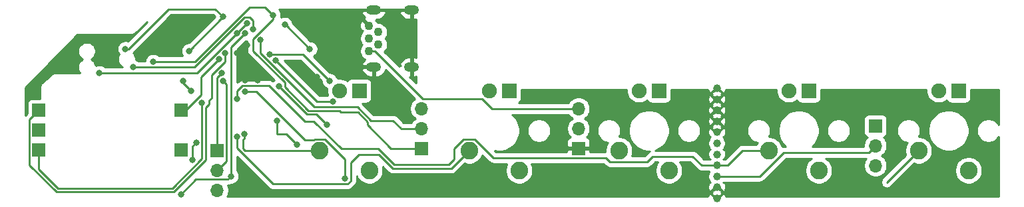
<source format=gbr>
%TF.GenerationSoftware,KiCad,Pcbnew,(5.1.6)-1*%
%TF.CreationDate,2021-03-25T17:16:48-05:00*%
%TF.ProjectId,Pikatea Macropad GB3,50696b61-7465-4612-904d-6163726f7061,rev?*%
%TF.SameCoordinates,Original*%
%TF.FileFunction,Copper,L2,Bot*%
%TF.FilePolarity,Positive*%
%FSLAX46Y46*%
G04 Gerber Fmt 4.6, Leading zero omitted, Abs format (unit mm)*
G04 Created by KiCad (PCBNEW (5.1.6)-1) date 2021-03-25 17:16:48*
%MOMM*%
%LPD*%
G01*
G04 APERTURE LIST*
%TA.AperFunction,ComponentPad*%
%ADD10O,1.700000X1.700000*%
%TD*%
%TA.AperFunction,ComponentPad*%
%ADD11R,1.700000X1.700000*%
%TD*%
%TA.AperFunction,ComponentPad*%
%ADD12C,1.000000*%
%TD*%
%TA.AperFunction,ComponentPad*%
%ADD13R,1.905000X1.905000*%
%TD*%
%TA.AperFunction,ComponentPad*%
%ADD14C,1.905000*%
%TD*%
%TA.AperFunction,ComponentPad*%
%ADD15C,2.250000*%
%TD*%
%TA.AperFunction,ComponentPad*%
%ADD16O,1.900000X1.200000*%
%TD*%
%TA.AperFunction,ComponentPad*%
%ADD17C,1.100000*%
%TD*%
%TA.AperFunction,ViaPad*%
%ADD18C,0.800000*%
%TD*%
%TA.AperFunction,Conductor*%
%ADD19C,0.250000*%
%TD*%
%TA.AperFunction,Conductor*%
%ADD20C,0.254000*%
%TD*%
G04 APERTURE END LIST*
D10*
%TO.P,J7,3*%
%TO.N,VBUS*%
X160000000Y-102120000D03*
%TO.P,J7,2*%
%TO.N,/MISO*%
X160000000Y-104660000D03*
D11*
%TO.P,J7,1*%
%TO.N,GND*%
X160000000Y-107200000D03*
%TD*%
D10*
%TO.P,J3,3*%
%TO.N,/CS*%
X140000000Y-102120000D03*
%TO.P,J3,2*%
%TO.N,/MOSI*%
X140000000Y-104660000D03*
D11*
%TO.P,J3,1*%
%TO.N,/SCK*%
X140000000Y-107200000D03*
%TD*%
D12*
%TO.P,J6,1*%
%TO.N,GND*%
X177580000Y-113550000D03*
X177580000Y-112150000D03*
%TO.P,J6,3*%
%TO.N,/D6*%
X177580000Y-110750000D03*
%TO.P,J6,2*%
%TO.N,/D8*%
X177580000Y-109350000D03*
%TO.P,J6,1*%
%TO.N,GND*%
X177580000Y-107950000D03*
X177580000Y-103750000D03*
X177580000Y-105150000D03*
%TO.P,J6,4*%
%TO.N,/A0*%
X177580000Y-106550000D03*
%TO.P,J6,1*%
%TO.N,GND*%
X177580000Y-102350000D03*
X177580000Y-100950000D03*
X177580000Y-99550000D03*
%TD*%
D13*
%TO.P,MX5,4*%
%TO.N,Net-(MX1-Pad4)*%
X208320000Y-99840000D03*
D14*
%TO.P,MX5,3*%
%TO.N,Net-(MX5-Pad3)*%
X205780000Y-99840000D03*
D15*
%TO.P,MX5,1*%
%TO.N,/D6*%
X203240000Y-107460000D03*
%TO.P,MX5,2*%
%TO.N,/A0*%
X209590000Y-110000000D03*
%TD*%
D13*
%TO.P,MX4,4*%
%TO.N,Net-(MX1-Pad4)*%
X189270000Y-99840000D03*
D14*
%TO.P,MX4,3*%
%TO.N,Net-(MX4-Pad3)*%
X186730000Y-99840000D03*
D15*
%TO.P,MX4,1*%
%TO.N,/D8*%
X184190000Y-107460000D03*
%TO.P,MX4,2*%
%TO.N,/A0*%
X190540000Y-110000000D03*
%TD*%
D13*
%TO.P,MX3,4*%
%TO.N,Net-(MX1-Pad4)*%
X170220000Y-99840000D03*
D14*
%TO.P,MX3,3*%
%TO.N,Net-(MX3-Pad3)*%
X167680000Y-99840000D03*
D15*
%TO.P,MX3,1*%
%TO.N,/D7*%
X165140000Y-107460000D03*
%TO.P,MX3,2*%
%TO.N,/A0*%
X171490000Y-110000000D03*
%TD*%
D13*
%TO.P,MX2,4*%
%TO.N,Net-(MX1-Pad4)*%
X151170000Y-99840000D03*
D14*
%TO.P,MX2,3*%
%TO.N,Net-(MX2-Pad3)*%
X148630000Y-99840000D03*
D15*
%TO.P,MX2,1*%
%TO.N,/D9*%
X146090000Y-107460000D03*
%TO.P,MX2,2*%
%TO.N,/A0*%
X152440000Y-110000000D03*
%TD*%
D13*
%TO.P,MX1,4*%
%TO.N,Net-(MX1-Pad4)*%
X132120000Y-99840000D03*
D14*
%TO.P,MX1,3*%
%TO.N,Net-(MX1-Pad3)*%
X129580000Y-99840000D03*
D15*
%TO.P,MX1,1*%
%TO.N,/D5*%
X127040000Y-107460000D03*
%TO.P,MX1,2*%
%TO.N,/A0*%
X133390000Y-110000000D03*
%TD*%
D16*
%TO.P,J2,6*%
%TO.N,GND*%
X133960000Y-89510000D03*
X133960000Y-96810000D03*
D17*
%TO.P,J2,1*%
%TO.N,VBUS*%
X133360000Y-94760000D03*
%TO.P,J2,2*%
%TO.N,/D-*%
X134560000Y-93960000D03*
%TO.P,J2,3*%
%TO.N,/D+*%
X133360000Y-93160000D03*
%TO.P,J2,4*%
%TO.N,Net-(J2-Pad4)*%
X134560000Y-92360000D03*
%TO.P,J2,5*%
%TO.N,GND*%
X133360000Y-91560000D03*
D16*
%TO.P,J2,6*%
X138780000Y-96810000D03*
X138780000Y-89510000D03*
%TD*%
D10*
%TO.P,J4,3*%
%TO.N,/A0*%
X114046000Y-112522000D03*
%TO.P,J4,2*%
%TO.N,/D1*%
X114046000Y-109982000D03*
D11*
%TO.P,J4,1*%
%TO.N,/D0*%
X114046000Y-107442000D03*
%TD*%
D10*
%TO.P,J5,3*%
%TO.N,/A0*%
X197760000Y-109390000D03*
%TO.P,J5,2*%
%TO.N,/D6*%
X197760000Y-106850000D03*
D11*
%TO.P,J5,1*%
%TO.N,/D8*%
X197760000Y-104310000D03*
%TD*%
%TO.P,SW2,S1*%
%TO.N,/D2*%
X109450000Y-102360000D03*
%TO.P,SW2,S2*%
%TO.N,/A0*%
X109450000Y-107440000D03*
%TO.P,SW2,C*%
%TO.N,GND*%
X91350000Y-104900000D03*
%TO.P,SW2,B*%
%TO.N,/D3*%
X91350000Y-102360000D03*
%TO.P,SW2,A*%
%TO.N,/D4*%
X91350000Y-107440000D03*
%TD*%
D18*
%TO.N,GND*%
X127015990Y-91424010D03*
X125476000Y-89916000D03*
X110485347Y-92451347D03*
X110490000Y-90678000D03*
X101092000Y-93726000D03*
X98806000Y-93980000D03*
X126709000Y-98044000D03*
X125259000Y-97282000D03*
X117856000Y-93980000D03*
X116581347Y-95000653D03*
X117602000Y-98466619D03*
X119216592Y-98466619D03*
%TO.N,/MOSI*%
X118618000Y-91948000D03*
X103378000Y-96850000D03*
X119551391Y-93309915D03*
%TO.N,/RESET*%
X115824000Y-110744000D03*
X117617417Y-92471417D03*
X109430672Y-113073328D03*
%TO.N,/SCK*%
X105918000Y-96125000D03*
X121158000Y-90170000D03*
%TO.N,/MISO*%
X117866562Y-91196966D03*
X99060000Y-97575000D03*
X128778000Y-101186990D03*
X121480858Y-95943142D03*
X116596764Y-92466764D03*
%TO.N,/A0*%
X121666000Y-103632000D03*
X124206000Y-106680000D03*
%TO.N,/D9*%
X116549000Y-105664000D03*
%TO.N,/D6*%
X130302000Y-110998000D03*
X117602000Y-99916620D03*
%TO.N,/D5*%
X117502006Y-105361042D03*
%TO.N,/CS*%
X128330000Y-98552000D03*
X120718858Y-95181142D03*
%TO.N,/D4*%
X112120174Y-101363615D03*
%TO.N,/D3*%
X115022524Y-95066309D03*
%TO.N,/D2*%
X114315417Y-95773417D03*
%TO.N,/D8*%
X116586000Y-100838000D03*
%TO.N,VBUS*%
X114813056Y-90418944D03*
X110490000Y-94742000D03*
X125842768Y-94505839D03*
X122645315Y-91403315D03*
X102362000Y-94488000D03*
X109728000Y-98552000D03*
X110711805Y-99832686D03*
X110927841Y-108641841D03*
X111395174Y-106426000D03*
%TO.N,/D7*%
X121920000Y-99284198D03*
X128016000Y-104140000D03*
%TO.N,/D1*%
X114771000Y-98583315D03*
%TO.N,/D0*%
X114602571Y-97584571D03*
%TD*%
D19*
%TO.N,GND*%
X127015990Y-91424010D02*
X126984010Y-91424010D01*
X126984010Y-91424010D02*
X125476000Y-89916000D01*
X110485347Y-92451347D02*
X110485347Y-90682653D01*
X110485347Y-90682653D02*
X110490000Y-90678000D01*
X101092000Y-93726000D02*
X99314000Y-93726000D01*
X99060000Y-93726000D02*
X98806000Y-93980000D01*
X126709000Y-98044000D02*
X126021000Y-98044000D01*
X126021000Y-98044000D02*
X125259000Y-97282000D01*
X99314000Y-93726000D02*
X99060000Y-93726000D01*
X117856000Y-93980000D02*
X117602000Y-93980000D01*
X117602000Y-93980000D02*
X116581347Y-95000653D01*
X117602000Y-98466619D02*
X119216592Y-98466619D01*
%TO.N,/MOSI*%
X118618000Y-90875402D02*
X118214563Y-90471965D01*
X118618000Y-91948000D02*
X118618000Y-90875402D01*
X118214563Y-90471965D02*
X117518561Y-90471965D01*
X111140526Y-96850000D02*
X103378000Y-96850000D01*
X117518561Y-90471965D02*
X111140526Y-96850000D01*
X131910374Y-101911990D02*
X126424400Y-101911990D01*
X137426000Y-104660000D02*
X137426000Y-104639998D01*
X126424400Y-101911990D02*
X119551391Y-95038981D01*
X136418002Y-103632000D02*
X133630384Y-103632000D01*
X140000000Y-104660000D02*
X137426000Y-104660000D01*
X119551391Y-95038981D02*
X119551391Y-93309915D01*
X137426000Y-104639998D02*
X136418002Y-103632000D01*
X133630384Y-103632000D02*
X131910374Y-101911990D01*
%TO.N,/RESET*%
X115824000Y-110744000D02*
X115410999Y-111157001D01*
X111346999Y-111157001D02*
X109430672Y-113073328D01*
X115410999Y-111157001D02*
X111346999Y-111157001D01*
X115824000Y-110178315D02*
X115824000Y-110744000D01*
X115823999Y-94312531D02*
X115824000Y-110178315D01*
X117617417Y-92519113D02*
X115823999Y-94312531D01*
X117617417Y-92471417D02*
X117617417Y-92519113D01*
%TO.N,/SCK*%
X111229116Y-96125000D02*
X105918000Y-96125000D01*
X118200116Y-89154000D02*
X111229116Y-96125000D01*
X121158000Y-90170000D02*
X120142000Y-89154000D01*
X120142000Y-89154000D02*
X118200116Y-89154000D01*
X118618000Y-93218000D02*
X121158000Y-90678000D01*
X133168901Y-103806927D02*
X131963073Y-102601099D01*
X133168901Y-104212901D02*
X133168901Y-103806927D01*
X121158000Y-90678000D02*
X121158000Y-90170000D01*
X125634212Y-102362000D02*
X122645001Y-99372789D01*
X136156000Y-107200000D02*
X133168901Y-104212901D01*
X122645001Y-99372789D02*
X122645001Y-98769001D01*
X129808901Y-102601099D02*
X129569802Y-102362000D01*
X129569802Y-102362000D02*
X125634212Y-102362000D01*
X131963073Y-102601099D02*
X129808901Y-102601099D01*
X122645001Y-98769001D02*
X118618000Y-94742000D01*
X118618000Y-94742000D02*
X118618000Y-93218000D01*
X136156000Y-107200000D02*
X140000000Y-107200000D01*
%TO.N,/MISO*%
X111488528Y-97575000D02*
X99060000Y-97575000D01*
X128778000Y-101186990D02*
X126724706Y-101186990D01*
X126724706Y-101186990D02*
X121480858Y-95943142D01*
X116596764Y-92466764D02*
X111488528Y-97575000D01*
X117866562Y-91196966D02*
X116596764Y-92466764D01*
%TO.N,/A0*%
X109970000Y-107460000D02*
X109950000Y-107440000D01*
X109470000Y-107460000D02*
X109450000Y-107440000D01*
X121666000Y-103632000D02*
X121666000Y-104232002D01*
X121666000Y-105324887D02*
X122850887Y-105324887D01*
X122850887Y-105324887D02*
X124206000Y-106680000D01*
X121666000Y-104232002D02*
X121666000Y-105324887D01*
%TO.N,/D9*%
X146090000Y-107460000D02*
X145600000Y-107950000D01*
X134620000Y-107950000D02*
X136398000Y-109728000D01*
X132080000Y-107950000D02*
X134620000Y-107950000D01*
X131027001Y-109002999D02*
X132080000Y-107950000D01*
X116549000Y-107151000D02*
X121121001Y-111723001D01*
X143822000Y-109728000D02*
X146090000Y-107460000D01*
X116549000Y-105664000D02*
X116549000Y-107151000D01*
X136398000Y-109728000D02*
X143822000Y-109728000D01*
X131027001Y-111346001D02*
X131027001Y-109002999D01*
X121121001Y-111723001D02*
X130650001Y-111723001D01*
X130650001Y-111723001D02*
X131027001Y-111346001D01*
%TO.N,/D6*%
X196910001Y-107699999D02*
X186096003Y-107699999D01*
X197760000Y-106850000D02*
X196910001Y-107699999D01*
X118990618Y-99916620D02*
X117602000Y-99916620D01*
X125193999Y-106120001D02*
X118990618Y-99916620D01*
X130302000Y-108575998D02*
X127736001Y-106009999D01*
X126456003Y-106009999D02*
X126346001Y-106120001D01*
X130302000Y-110998000D02*
X130302000Y-108575998D01*
X127736001Y-106009999D02*
X126456003Y-106009999D01*
X126346001Y-106120001D02*
X125193999Y-106120001D01*
X183046002Y-110750000D02*
X177580000Y-110750000D01*
X186096003Y-107699999D02*
X183046002Y-110750000D01*
X203240000Y-107460000D02*
X199194000Y-111506000D01*
%TO.N,/D5*%
X127040000Y-107460000D02*
X118636000Y-107460000D01*
X117502006Y-105926727D02*
X117348000Y-106080733D01*
X117502006Y-105361042D02*
X117502006Y-105926727D01*
X117348000Y-106080733D02*
X117348000Y-107188000D01*
X117348000Y-107188000D02*
X117620000Y-107460000D01*
X117620000Y-107460000D02*
X118636000Y-107460000D01*
%TO.N,/CS*%
X128330000Y-98552000D02*
X124959142Y-95181142D01*
X124959142Y-95181142D02*
X120718858Y-95181142D01*
%TO.N,/D4*%
X91350000Y-109844988D02*
X93773012Y-112268000D01*
X91350000Y-107440000D02*
X91350000Y-109844988D01*
X93773012Y-112268000D02*
X102108000Y-112268000D01*
X112120174Y-108474814D02*
X112120174Y-101363615D01*
X108326988Y-112268000D02*
X112120174Y-108474814D01*
X102108000Y-112268000D02*
X108326988Y-112268000D01*
%TO.N,/D3*%
X108513389Y-112718009D02*
X112570184Y-108661214D01*
X112570184Y-108661214D02*
X112570184Y-101986607D01*
X91350000Y-102360000D02*
X90174999Y-103535001D01*
X93586612Y-112718010D02*
X108513389Y-112718009D01*
X90174999Y-103535001D02*
X90174999Y-109306397D01*
X112570184Y-101986607D02*
X113030000Y-101526791D01*
X90174999Y-109306397D02*
X93586612Y-112718010D01*
X115040418Y-95084203D02*
X115022524Y-95066309D01*
X115040418Y-96121418D02*
X115040418Y-95084203D01*
X113371836Y-97790000D02*
X115040418Y-96121418D01*
X113030000Y-101092000D02*
X113030000Y-101526791D01*
X113371836Y-100750164D02*
X113030000Y-101092000D01*
X113371836Y-97790000D02*
X113371836Y-100750164D01*
%TO.N,/D2*%
X112014000Y-98074834D02*
X114315417Y-95773417D01*
X110041002Y-102360000D02*
X112014000Y-100387002D01*
X112014000Y-100387002D02*
X112014000Y-98074834D01*
X109450000Y-102360000D02*
X110041002Y-102360000D01*
%TO.N,/D8*%
X184190000Y-107460000D02*
X180830000Y-107460000D01*
X178940000Y-109350000D02*
X177580000Y-109350000D01*
X180830000Y-107460000D02*
X178940000Y-109350000D01*
X175644000Y-109350000D02*
X177580000Y-109350000D01*
X174498000Y-108204000D02*
X175644000Y-109350000D01*
X164028001Y-108910001D02*
X168716001Y-108910001D01*
X168716001Y-108910001D02*
X169422002Y-108204000D01*
X149151003Y-108375001D02*
X163493001Y-108375001D01*
X146786001Y-106009999D02*
X149151003Y-108375001D01*
X145393999Y-106009999D02*
X146786001Y-106009999D01*
X144165097Y-107238901D02*
X145393999Y-106009999D01*
X125193999Y-103719999D02*
X126346001Y-103719999D01*
X144165097Y-108564903D02*
X144165097Y-107238901D01*
X116586000Y-100838000D02*
X116586000Y-99859618D01*
X136526410Y-109220000D02*
X143510000Y-109220000D01*
X117253999Y-99191619D02*
X120665619Y-99191619D01*
X126346001Y-103719999D02*
X129864903Y-107238901D01*
X163493001Y-108375001D02*
X164028001Y-108910001D01*
X120665619Y-99191619D02*
X125193999Y-103719999D01*
X116586000Y-99859618D02*
X117253999Y-99191619D01*
X129864903Y-107238901D02*
X134545311Y-107238901D01*
X134545311Y-107238901D02*
X136526410Y-109220000D01*
X169422002Y-108204000D02*
X174498000Y-108204000D01*
X143510000Y-109220000D02*
X144165097Y-108564903D01*
%TO.N,VBUS*%
X114813056Y-90418944D02*
X110490000Y-94742000D01*
X122740244Y-91403315D02*
X122645315Y-91403315D01*
X125842768Y-94505839D02*
X122740244Y-91403315D01*
X114813056Y-90418944D02*
X113802112Y-89408000D01*
X102806988Y-94488000D02*
X102362000Y-94488000D01*
X113802112Y-89408000D02*
X107886988Y-89408000D01*
X107886988Y-89408000D02*
X102806988Y-94488000D01*
X109728000Y-98552000D02*
X109728000Y-98848881D01*
X109728000Y-98848881D02*
X110711805Y-99832686D01*
X110927841Y-108641841D02*
X110927841Y-106893333D01*
X110927841Y-106893333D02*
X111395174Y-106426000D01*
X140215817Y-100838000D02*
X147737298Y-100838000D01*
X134137817Y-94760000D02*
X140215817Y-100838000D01*
X149019298Y-102120000D02*
X159258000Y-102120000D01*
X147737298Y-100838000D02*
X149019298Y-102120000D01*
X133360000Y-94760000D02*
X134137817Y-94760000D01*
%TO.N,/D7*%
X125236901Y-102601099D02*
X121920000Y-99284198D01*
X126688010Y-102812010D02*
X128016000Y-104140000D01*
X125236901Y-102601099D02*
X125447812Y-102812010D01*
X125447812Y-102812010D02*
X126688010Y-102812010D01*
%TO.N,/D1*%
X115221001Y-99033316D02*
X114771000Y-98583315D01*
X114046000Y-109982000D02*
X115221001Y-108806999D01*
X115221001Y-108806999D02*
X115221001Y-99033316D01*
%TO.N,/D0*%
X114046000Y-107442000D02*
X114046000Y-98141142D01*
X114046000Y-98141142D02*
X114602571Y-97584571D01*
%TD*%
D20*
%TO.N,GND*%
G36*
X166092500Y-99683645D02*
G01*
X166092500Y-99996355D01*
X166153507Y-100303057D01*
X166273176Y-100591963D01*
X166446908Y-100851972D01*
X166668028Y-101073092D01*
X166928037Y-101246824D01*
X167216943Y-101366493D01*
X167523645Y-101427500D01*
X167836355Y-101427500D01*
X168143057Y-101366493D01*
X168431963Y-101246824D01*
X168691972Y-101073092D01*
X168695549Y-101069515D01*
X168736963Y-101146994D01*
X168816315Y-101243685D01*
X168913006Y-101323037D01*
X169023320Y-101382002D01*
X169143018Y-101418312D01*
X169267500Y-101430572D01*
X171172500Y-101430572D01*
X171296982Y-101418312D01*
X171416680Y-101382002D01*
X171526994Y-101323037D01*
X171623685Y-101243685D01*
X171703037Y-101146994D01*
X171762002Y-101036680D01*
X171763298Y-101032406D01*
X176442489Y-101032406D01*
X176480423Y-101252740D01*
X176560613Y-101461440D01*
X176588412Y-101513450D01*
X176801834Y-101548561D01*
X177400395Y-100950000D01*
X177759605Y-100950000D01*
X178358166Y-101548561D01*
X178571588Y-101513450D01*
X178662458Y-101309174D01*
X178711731Y-101091095D01*
X178717511Y-100867594D01*
X178679577Y-100647260D01*
X178599387Y-100438560D01*
X178571588Y-100386550D01*
X178358166Y-100351439D01*
X177759605Y-100950000D01*
X177400395Y-100950000D01*
X176801834Y-100351439D01*
X176588412Y-100386550D01*
X176497542Y-100590826D01*
X176448269Y-100808905D01*
X176442489Y-101032406D01*
X171763298Y-101032406D01*
X171798312Y-100916982D01*
X171810572Y-100792500D01*
X171810572Y-100171834D01*
X176981439Y-100171834D01*
X177059605Y-100250000D01*
X176981439Y-100328166D01*
X177016550Y-100541588D01*
X177220826Y-100632458D01*
X177438905Y-100681731D01*
X177492728Y-100683123D01*
X177580000Y-100770395D01*
X177662983Y-100687412D01*
X177882740Y-100649577D01*
X178091440Y-100569387D01*
X178143450Y-100541588D01*
X178178561Y-100328166D01*
X178100395Y-100250000D01*
X178178561Y-100171834D01*
X178143450Y-99958412D01*
X177939174Y-99867542D01*
X177721095Y-99818269D01*
X177667272Y-99816877D01*
X177580000Y-99729605D01*
X177497017Y-99812588D01*
X177277260Y-99850423D01*
X177068560Y-99930613D01*
X177016550Y-99958412D01*
X176981439Y-100171834D01*
X171810572Y-100171834D01*
X171810572Y-99660000D01*
X176447240Y-99660000D01*
X176480423Y-99852740D01*
X176560613Y-100061440D01*
X176588412Y-100113450D01*
X176801834Y-100148561D01*
X177290395Y-99660000D01*
X177869605Y-99660000D01*
X178358166Y-100148561D01*
X178571588Y-100113450D01*
X178662458Y-99909174D01*
X178711731Y-99691095D01*
X178712535Y-99660000D01*
X185147203Y-99660000D01*
X185142500Y-99683645D01*
X185142500Y-99996355D01*
X185203507Y-100303057D01*
X185323176Y-100591963D01*
X185496908Y-100851972D01*
X185718028Y-101073092D01*
X185978037Y-101246824D01*
X186266943Y-101366493D01*
X186573645Y-101427500D01*
X186886355Y-101427500D01*
X187193057Y-101366493D01*
X187481963Y-101246824D01*
X187741972Y-101073092D01*
X187745549Y-101069515D01*
X187786963Y-101146994D01*
X187866315Y-101243685D01*
X187963006Y-101323037D01*
X188073320Y-101382002D01*
X188193018Y-101418312D01*
X188317500Y-101430572D01*
X190222500Y-101430572D01*
X190346982Y-101418312D01*
X190466680Y-101382002D01*
X190576994Y-101323037D01*
X190673685Y-101243685D01*
X190753037Y-101146994D01*
X190812002Y-101036680D01*
X190848312Y-100916982D01*
X190860572Y-100792500D01*
X190860572Y-99660000D01*
X204197203Y-99660000D01*
X204192500Y-99683645D01*
X204192500Y-99996355D01*
X204253507Y-100303057D01*
X204373176Y-100591963D01*
X204546908Y-100851972D01*
X204768028Y-101073092D01*
X205028037Y-101246824D01*
X205316943Y-101366493D01*
X205623645Y-101427500D01*
X205936355Y-101427500D01*
X206243057Y-101366493D01*
X206531963Y-101246824D01*
X206791972Y-101073092D01*
X206795549Y-101069515D01*
X206836963Y-101146994D01*
X206916315Y-101243685D01*
X207013006Y-101323037D01*
X207123320Y-101382002D01*
X207243018Y-101418312D01*
X207367500Y-101430572D01*
X209272500Y-101430572D01*
X209396982Y-101418312D01*
X209516680Y-101382002D01*
X209626994Y-101323037D01*
X209723685Y-101243685D01*
X209803037Y-101146994D01*
X209862002Y-101036680D01*
X209898312Y-100916982D01*
X209910572Y-100792500D01*
X209910572Y-99660000D01*
X213440001Y-99660000D01*
X213440001Y-104162627D01*
X213302893Y-103957431D01*
X213092569Y-103747107D01*
X212845253Y-103581856D01*
X212570451Y-103468029D01*
X212278722Y-103410000D01*
X211981278Y-103410000D01*
X211689549Y-103468029D01*
X211414747Y-103581856D01*
X211167431Y-103747107D01*
X210957107Y-103957431D01*
X210791856Y-104204747D01*
X210678029Y-104479549D01*
X210620000Y-104771278D01*
X210620000Y-105068722D01*
X210678029Y-105360451D01*
X210791856Y-105635253D01*
X210957107Y-105882569D01*
X211167431Y-106092893D01*
X211414747Y-106258144D01*
X211689549Y-106371971D01*
X211981278Y-106430000D01*
X212278722Y-106430000D01*
X212570451Y-106371971D01*
X212845253Y-106258144D01*
X213092569Y-106092893D01*
X213302893Y-105882569D01*
X213440001Y-105677373D01*
X213440000Y-113340000D01*
X178695544Y-113340000D01*
X178679577Y-113247260D01*
X178599387Y-113038560D01*
X178571588Y-112986550D01*
X178358166Y-112951439D01*
X177969605Y-113340000D01*
X177610395Y-113340000D01*
X177662983Y-113287412D01*
X177882740Y-113249577D01*
X178091440Y-113169387D01*
X178143450Y-113141588D01*
X178178561Y-112928166D01*
X178100395Y-112850000D01*
X178178561Y-112771834D01*
X178143450Y-112558412D01*
X177939174Y-112467542D01*
X177721095Y-112418269D01*
X177667272Y-112416877D01*
X177580000Y-112329605D01*
X177497017Y-112412588D01*
X177277260Y-112450423D01*
X177068560Y-112530613D01*
X177016550Y-112558412D01*
X176981439Y-112771834D01*
X177059605Y-112850000D01*
X176981439Y-112928166D01*
X177016550Y-113141588D01*
X177220826Y-113232458D01*
X177438905Y-113281731D01*
X177492728Y-113283123D01*
X177549605Y-113340000D01*
X177190395Y-113340000D01*
X176801834Y-112951439D01*
X176588412Y-112986550D01*
X176497542Y-113190826D01*
X176463837Y-113340000D01*
X115285424Y-113340000D01*
X115361990Y-113225411D01*
X115473932Y-112955158D01*
X115531000Y-112668260D01*
X115531000Y-112375740D01*
X115473932Y-112088842D01*
X115403990Y-111919987D01*
X115410999Y-111920677D01*
X115448321Y-111917001D01*
X115448332Y-111917001D01*
X115559985Y-111906004D01*
X115703246Y-111862547D01*
X115835275Y-111791975D01*
X115851085Y-111779000D01*
X115925939Y-111779000D01*
X116125898Y-111739226D01*
X116314256Y-111661205D01*
X116483774Y-111547937D01*
X116627937Y-111403774D01*
X116741205Y-111234256D01*
X116819226Y-111045898D01*
X116859000Y-110845939D01*
X116859000Y-110642061D01*
X116819226Y-110442102D01*
X116741205Y-110253744D01*
X116627937Y-110084226D01*
X116584000Y-110040289D01*
X116584000Y-108260801D01*
X120557202Y-112234004D01*
X120581000Y-112263002D01*
X120696725Y-112357975D01*
X120828754Y-112428547D01*
X120972015Y-112472004D01*
X121083668Y-112483001D01*
X121083678Y-112483001D01*
X121121001Y-112486677D01*
X121158324Y-112483001D01*
X130612679Y-112483001D01*
X130650001Y-112486677D01*
X130687323Y-112483001D01*
X130687334Y-112483001D01*
X130798987Y-112472004D01*
X130942248Y-112428547D01*
X131074277Y-112357975D01*
X131190002Y-112263002D01*
X131213805Y-112233998D01*
X131537999Y-111909804D01*
X131567002Y-111886002D01*
X131661975Y-111770277D01*
X131732547Y-111638248D01*
X131776004Y-111494987D01*
X131787001Y-111383334D01*
X131787001Y-111383333D01*
X131790678Y-111346001D01*
X131787001Y-111308668D01*
X131787001Y-110729120D01*
X131830308Y-110833673D01*
X132022919Y-111121935D01*
X132268065Y-111367081D01*
X132556327Y-111559692D01*
X132876627Y-111692364D01*
X133216655Y-111760000D01*
X133563345Y-111760000D01*
X133903373Y-111692364D01*
X134223673Y-111559692D01*
X134511935Y-111367081D01*
X134757081Y-111121935D01*
X134949692Y-110833673D01*
X135082364Y-110513373D01*
X135150000Y-110173345D01*
X135150000Y-109826655D01*
X135082498Y-109487299D01*
X135834201Y-110239003D01*
X135857999Y-110268001D01*
X135973724Y-110362974D01*
X136105753Y-110433546D01*
X136249014Y-110477003D01*
X136360667Y-110488000D01*
X136360675Y-110488000D01*
X136398000Y-110491676D01*
X136435325Y-110488000D01*
X143784678Y-110488000D01*
X143822000Y-110491676D01*
X143859322Y-110488000D01*
X143859333Y-110488000D01*
X143970986Y-110477003D01*
X144114247Y-110433546D01*
X144246276Y-110362974D01*
X144362001Y-110268001D01*
X144385804Y-110238997D01*
X145502954Y-109121848D01*
X145576627Y-109152364D01*
X145916655Y-109220000D01*
X146263345Y-109220000D01*
X146603373Y-109152364D01*
X146923673Y-109019692D01*
X147211935Y-108827081D01*
X147457081Y-108581935D01*
X147649692Y-108293673D01*
X147750793Y-108049593D01*
X148587203Y-108886003D01*
X148611002Y-108915002D01*
X148640000Y-108938800D01*
X148726726Y-109009975D01*
X148831758Y-109066116D01*
X148858756Y-109080547D01*
X149002017Y-109124004D01*
X149113670Y-109135001D01*
X149113680Y-109135001D01*
X149151003Y-109138677D01*
X149188326Y-109135001D01*
X150901239Y-109135001D01*
X150880308Y-109166327D01*
X150747636Y-109486627D01*
X150680000Y-109826655D01*
X150680000Y-110173345D01*
X150747636Y-110513373D01*
X150880308Y-110833673D01*
X151072919Y-111121935D01*
X151318065Y-111367081D01*
X151606327Y-111559692D01*
X151926627Y-111692364D01*
X152266655Y-111760000D01*
X152613345Y-111760000D01*
X152953373Y-111692364D01*
X153273673Y-111559692D01*
X153561935Y-111367081D01*
X153807081Y-111121935D01*
X153999692Y-110833673D01*
X154132364Y-110513373D01*
X154200000Y-110173345D01*
X154200000Y-109826655D01*
X154132364Y-109486627D01*
X153999692Y-109166327D01*
X153978761Y-109135001D01*
X163178200Y-109135001D01*
X163464201Y-109421003D01*
X163488000Y-109450002D01*
X163603725Y-109544975D01*
X163735754Y-109615547D01*
X163879015Y-109659004D01*
X163990668Y-109670001D01*
X163990677Y-109670001D01*
X164028000Y-109673677D01*
X164065323Y-109670001D01*
X168678679Y-109670001D01*
X168716001Y-109673677D01*
X168753323Y-109670001D01*
X168753334Y-109670001D01*
X168864987Y-109659004D01*
X169008248Y-109615547D01*
X169140277Y-109544975D01*
X169256002Y-109450002D01*
X169279804Y-109420999D01*
X169736804Y-108964000D01*
X170065499Y-108964000D01*
X169930308Y-109166327D01*
X169797636Y-109486627D01*
X169730000Y-109826655D01*
X169730000Y-110173345D01*
X169797636Y-110513373D01*
X169930308Y-110833673D01*
X170122919Y-111121935D01*
X170368065Y-111367081D01*
X170656327Y-111559692D01*
X170976627Y-111692364D01*
X171316655Y-111760000D01*
X171663345Y-111760000D01*
X172003373Y-111692364D01*
X172323673Y-111559692D01*
X172611935Y-111367081D01*
X172857081Y-111121935D01*
X173049692Y-110833673D01*
X173182364Y-110513373D01*
X173250000Y-110173345D01*
X173250000Y-109826655D01*
X173182364Y-109486627D01*
X173049692Y-109166327D01*
X172914501Y-108964000D01*
X174183199Y-108964000D01*
X175080201Y-109861003D01*
X175103999Y-109890001D01*
X175219724Y-109984974D01*
X175351753Y-110055546D01*
X175495014Y-110099003D01*
X175606667Y-110110000D01*
X175606675Y-110110000D01*
X175644000Y-110113676D01*
X175681325Y-110110000D01*
X176642582Y-110110000D01*
X176574176Y-110212376D01*
X176488617Y-110418933D01*
X176445000Y-110638212D01*
X176445000Y-110861788D01*
X176488617Y-111081067D01*
X176574176Y-111287624D01*
X176698388Y-111473520D01*
X176779913Y-111555045D01*
X176588412Y-111586550D01*
X176497542Y-111790826D01*
X176448269Y-112008905D01*
X176442489Y-112232406D01*
X176480423Y-112452740D01*
X176560613Y-112661440D01*
X176588412Y-112713450D01*
X176801834Y-112748561D01*
X177400395Y-112150000D01*
X177386253Y-112135858D01*
X177565858Y-111956253D01*
X177580000Y-111970395D01*
X177594143Y-111956253D01*
X177773748Y-112135858D01*
X177759605Y-112150000D01*
X178358166Y-112748561D01*
X178571588Y-112713450D01*
X178662458Y-112509174D01*
X178711731Y-112291095D01*
X178717511Y-112067594D01*
X178679577Y-111847260D01*
X178599387Y-111638560D01*
X178571588Y-111586550D01*
X178380087Y-111555045D01*
X178425132Y-111510000D01*
X183008680Y-111510000D01*
X183046002Y-111513676D01*
X183083324Y-111510000D01*
X183083335Y-111510000D01*
X183194988Y-111499003D01*
X183338249Y-111455546D01*
X183470278Y-111384974D01*
X183586003Y-111290001D01*
X183609806Y-111260997D01*
X186410805Y-108459999D01*
X189676857Y-108459999D01*
X189418065Y-108632919D01*
X189172919Y-108878065D01*
X188980308Y-109166327D01*
X188847636Y-109486627D01*
X188780000Y-109826655D01*
X188780000Y-110173345D01*
X188847636Y-110513373D01*
X188980308Y-110833673D01*
X189172919Y-111121935D01*
X189418065Y-111367081D01*
X189706327Y-111559692D01*
X190026627Y-111692364D01*
X190366655Y-111760000D01*
X190713345Y-111760000D01*
X191053373Y-111692364D01*
X191373673Y-111559692D01*
X191454028Y-111506000D01*
X198430324Y-111506000D01*
X198444998Y-111654985D01*
X198488454Y-111798246D01*
X198559026Y-111930276D01*
X198653999Y-112046001D01*
X198769724Y-112140974D01*
X198901754Y-112211546D01*
X199045015Y-112255002D01*
X199194000Y-112269676D01*
X199342985Y-112255002D01*
X199486246Y-112211546D01*
X199618276Y-112140974D01*
X199705002Y-112069799D01*
X201948146Y-109826655D01*
X207830000Y-109826655D01*
X207830000Y-110173345D01*
X207897636Y-110513373D01*
X208030308Y-110833673D01*
X208222919Y-111121935D01*
X208468065Y-111367081D01*
X208756327Y-111559692D01*
X209076627Y-111692364D01*
X209416655Y-111760000D01*
X209763345Y-111760000D01*
X210103373Y-111692364D01*
X210423673Y-111559692D01*
X210711935Y-111367081D01*
X210957081Y-111121935D01*
X211149692Y-110833673D01*
X211282364Y-110513373D01*
X211350000Y-110173345D01*
X211350000Y-109826655D01*
X211282364Y-109486627D01*
X211149692Y-109166327D01*
X210957081Y-108878065D01*
X210711935Y-108632919D01*
X210423673Y-108440308D01*
X210103373Y-108307636D01*
X209763345Y-108240000D01*
X209416655Y-108240000D01*
X209076627Y-108307636D01*
X208756327Y-108440308D01*
X208468065Y-108632919D01*
X208222919Y-108878065D01*
X208030308Y-109166327D01*
X207897636Y-109486627D01*
X207830000Y-109826655D01*
X201948146Y-109826655D01*
X202652954Y-109121848D01*
X202726627Y-109152364D01*
X203066655Y-109220000D01*
X203413345Y-109220000D01*
X203753373Y-109152364D01*
X204073673Y-109019692D01*
X204361935Y-108827081D01*
X204607081Y-108581935D01*
X204799692Y-108293673D01*
X204932364Y-107973373D01*
X205000000Y-107633345D01*
X205000000Y-107286655D01*
X204932364Y-106946627D01*
X204799692Y-106626327D01*
X204607081Y-106338065D01*
X204361935Y-106092919D01*
X204073673Y-105900308D01*
X203753373Y-105767636D01*
X203413345Y-105700000D01*
X203264882Y-105700000D01*
X203308144Y-105635253D01*
X203421971Y-105360451D01*
X203480000Y-105068722D01*
X203480000Y-104771278D01*
X203458080Y-104661076D01*
X204421100Y-104661076D01*
X204421100Y-105178924D01*
X204522127Y-105686822D01*
X204720299Y-106165251D01*
X205008000Y-106595826D01*
X205374174Y-106962000D01*
X205804749Y-107249701D01*
X206283178Y-107447873D01*
X206791076Y-107548900D01*
X207308924Y-107548900D01*
X207816822Y-107447873D01*
X208295251Y-107249701D01*
X208725826Y-106962000D01*
X209092000Y-106595826D01*
X209379701Y-106165251D01*
X209577873Y-105686822D01*
X209678900Y-105178924D01*
X209678900Y-104661076D01*
X209577873Y-104153178D01*
X209379701Y-103674749D01*
X209092000Y-103244174D01*
X208725826Y-102878000D01*
X208295251Y-102590299D01*
X207816822Y-102392127D01*
X207308924Y-102291100D01*
X206791076Y-102291100D01*
X206283178Y-102392127D01*
X205804749Y-102590299D01*
X205374174Y-102878000D01*
X205008000Y-103244174D01*
X204720299Y-103674749D01*
X204522127Y-104153178D01*
X204421100Y-104661076D01*
X203458080Y-104661076D01*
X203421971Y-104479549D01*
X203308144Y-104204747D01*
X203142893Y-103957431D01*
X202932569Y-103747107D01*
X202685253Y-103581856D01*
X202410451Y-103468029D01*
X202118722Y-103410000D01*
X201821278Y-103410000D01*
X201529549Y-103468029D01*
X201254747Y-103581856D01*
X201007431Y-103747107D01*
X200797107Y-103957431D01*
X200631856Y-104204747D01*
X200518029Y-104479549D01*
X200460000Y-104771278D01*
X200460000Y-105068722D01*
X200518029Y-105360451D01*
X200631856Y-105635253D01*
X200797107Y-105882569D01*
X201007431Y-106092893D01*
X201254747Y-106258144D01*
X201529549Y-106371971D01*
X201812638Y-106428281D01*
X201680308Y-106626327D01*
X201547636Y-106946627D01*
X201480000Y-107286655D01*
X201480000Y-107633345D01*
X201547636Y-107973373D01*
X201578152Y-108047046D01*
X198630201Y-110994998D01*
X198559026Y-111081724D01*
X198488454Y-111213754D01*
X198444998Y-111357015D01*
X198430324Y-111506000D01*
X191454028Y-111506000D01*
X191661935Y-111367081D01*
X191907081Y-111121935D01*
X192099692Y-110833673D01*
X192232364Y-110513373D01*
X192300000Y-110173345D01*
X192300000Y-109826655D01*
X192232364Y-109486627D01*
X192099692Y-109166327D01*
X191907081Y-108878065D01*
X191661935Y-108632919D01*
X191403143Y-108459999D01*
X196595413Y-108459999D01*
X196444010Y-108686589D01*
X196332068Y-108956842D01*
X196275000Y-109243740D01*
X196275000Y-109536260D01*
X196332068Y-109823158D01*
X196444010Y-110093411D01*
X196606525Y-110336632D01*
X196813368Y-110543475D01*
X197056589Y-110705990D01*
X197326842Y-110817932D01*
X197613740Y-110875000D01*
X197906260Y-110875000D01*
X198193158Y-110817932D01*
X198463411Y-110705990D01*
X198706632Y-110543475D01*
X198913475Y-110336632D01*
X199075990Y-110093411D01*
X199187932Y-109823158D01*
X199245000Y-109536260D01*
X199245000Y-109243740D01*
X199187932Y-108956842D01*
X199075990Y-108686589D01*
X198913475Y-108443368D01*
X198706632Y-108236525D01*
X198532240Y-108120000D01*
X198706632Y-108003475D01*
X198913475Y-107796632D01*
X199075990Y-107553411D01*
X199187932Y-107283158D01*
X199245000Y-106996260D01*
X199245000Y-106703740D01*
X199187932Y-106416842D01*
X199075990Y-106146589D01*
X198913475Y-105903368D01*
X198781620Y-105771513D01*
X198854180Y-105749502D01*
X198964494Y-105690537D01*
X199061185Y-105611185D01*
X199140537Y-105514494D01*
X199199502Y-105404180D01*
X199235812Y-105284482D01*
X199248072Y-105160000D01*
X199248072Y-103460000D01*
X199235812Y-103335518D01*
X199199502Y-103215820D01*
X199140537Y-103105506D01*
X199061185Y-103008815D01*
X198964494Y-102929463D01*
X198854180Y-102870498D01*
X198734482Y-102834188D01*
X198610000Y-102821928D01*
X196910000Y-102821928D01*
X196785518Y-102834188D01*
X196665820Y-102870498D01*
X196555506Y-102929463D01*
X196458815Y-103008815D01*
X196379463Y-103105506D01*
X196320498Y-103215820D01*
X196284188Y-103335518D01*
X196271928Y-103460000D01*
X196271928Y-105160000D01*
X196284188Y-105284482D01*
X196320498Y-105404180D01*
X196379463Y-105514494D01*
X196458815Y-105611185D01*
X196555506Y-105690537D01*
X196665820Y-105749502D01*
X196738380Y-105771513D01*
X196606525Y-105903368D01*
X196444010Y-106146589D01*
X196332068Y-106416842D01*
X196275000Y-106703740D01*
X196275000Y-106939999D01*
X189697827Y-106939999D01*
X190042000Y-106595826D01*
X190329701Y-106165251D01*
X190527873Y-105686822D01*
X190628900Y-105178924D01*
X190628900Y-104771278D01*
X191570000Y-104771278D01*
X191570000Y-105068722D01*
X191628029Y-105360451D01*
X191741856Y-105635253D01*
X191907107Y-105882569D01*
X192117431Y-106092893D01*
X192364747Y-106258144D01*
X192639549Y-106371971D01*
X192931278Y-106430000D01*
X193228722Y-106430000D01*
X193520451Y-106371971D01*
X193795253Y-106258144D01*
X194042569Y-106092893D01*
X194252893Y-105882569D01*
X194418144Y-105635253D01*
X194531971Y-105360451D01*
X194590000Y-105068722D01*
X194590000Y-104771278D01*
X194531971Y-104479549D01*
X194418144Y-104204747D01*
X194252893Y-103957431D01*
X194042569Y-103747107D01*
X193795253Y-103581856D01*
X193520451Y-103468029D01*
X193228722Y-103410000D01*
X192931278Y-103410000D01*
X192639549Y-103468029D01*
X192364747Y-103581856D01*
X192117431Y-103747107D01*
X191907107Y-103957431D01*
X191741856Y-104204747D01*
X191628029Y-104479549D01*
X191570000Y-104771278D01*
X190628900Y-104771278D01*
X190628900Y-104661076D01*
X190527873Y-104153178D01*
X190329701Y-103674749D01*
X190042000Y-103244174D01*
X189675826Y-102878000D01*
X189245251Y-102590299D01*
X188766822Y-102392127D01*
X188258924Y-102291100D01*
X187741076Y-102291100D01*
X187233178Y-102392127D01*
X186754749Y-102590299D01*
X186324174Y-102878000D01*
X185958000Y-103244174D01*
X185670299Y-103674749D01*
X185472127Y-104153178D01*
X185371100Y-104661076D01*
X185371100Y-105178924D01*
X185472127Y-105686822D01*
X185670299Y-106165251D01*
X185958000Y-106595826D01*
X186302173Y-106939999D01*
X186133328Y-106939999D01*
X186096003Y-106936323D01*
X186058678Y-106939999D01*
X186058670Y-106939999D01*
X185947017Y-106950996D01*
X185886863Y-106969243D01*
X185882364Y-106946627D01*
X185749692Y-106626327D01*
X185557081Y-106338065D01*
X185311935Y-106092919D01*
X185023673Y-105900308D01*
X184703373Y-105767636D01*
X184363345Y-105700000D01*
X184214882Y-105700000D01*
X184258144Y-105635253D01*
X184371971Y-105360451D01*
X184430000Y-105068722D01*
X184430000Y-104771278D01*
X184371971Y-104479549D01*
X184258144Y-104204747D01*
X184092893Y-103957431D01*
X183882569Y-103747107D01*
X183635253Y-103581856D01*
X183360451Y-103468029D01*
X183068722Y-103410000D01*
X182771278Y-103410000D01*
X182479549Y-103468029D01*
X182204747Y-103581856D01*
X181957431Y-103747107D01*
X181747107Y-103957431D01*
X181581856Y-104204747D01*
X181468029Y-104479549D01*
X181410000Y-104771278D01*
X181410000Y-105068722D01*
X181468029Y-105360451D01*
X181581856Y-105635253D01*
X181747107Y-105882569D01*
X181957431Y-106092893D01*
X182204747Y-106258144D01*
X182479549Y-106371971D01*
X182762638Y-106428281D01*
X182630308Y-106626327D01*
X182599792Y-106700000D01*
X180867325Y-106700000D01*
X180830000Y-106696324D01*
X180792675Y-106700000D01*
X180792667Y-106700000D01*
X180681014Y-106710997D01*
X180537753Y-106754454D01*
X180405724Y-106825026D01*
X180289999Y-106919999D01*
X180266201Y-106948997D01*
X178625199Y-108590000D01*
X178425132Y-108590000D01*
X178380087Y-108544955D01*
X178571588Y-108513450D01*
X178662458Y-108309174D01*
X178711731Y-108091095D01*
X178717511Y-107867594D01*
X178679577Y-107647260D01*
X178599387Y-107438560D01*
X178571588Y-107386550D01*
X178380087Y-107355045D01*
X178461612Y-107273520D01*
X178585824Y-107087624D01*
X178671383Y-106881067D01*
X178715000Y-106661788D01*
X178715000Y-106438212D01*
X178671383Y-106218933D01*
X178585824Y-106012376D01*
X178461612Y-105826480D01*
X178380087Y-105744955D01*
X178571588Y-105713450D01*
X178662458Y-105509174D01*
X178711731Y-105291095D01*
X178717511Y-105067594D01*
X178679577Y-104847260D01*
X178599387Y-104638560D01*
X178571588Y-104586550D01*
X178358166Y-104551439D01*
X177759605Y-105150000D01*
X177773748Y-105164143D01*
X177594143Y-105343748D01*
X177580000Y-105329605D01*
X177565858Y-105343748D01*
X177386253Y-105164143D01*
X177400395Y-105150000D01*
X176801834Y-104551439D01*
X176588412Y-104586550D01*
X176497542Y-104790826D01*
X176448269Y-105008905D01*
X176442489Y-105232406D01*
X176480423Y-105452740D01*
X176560613Y-105661440D01*
X176588412Y-105713450D01*
X176779913Y-105744955D01*
X176698388Y-105826480D01*
X176574176Y-106012376D01*
X176488617Y-106218933D01*
X176445000Y-106438212D01*
X176445000Y-106661788D01*
X176488617Y-106881067D01*
X176574176Y-107087624D01*
X176698388Y-107273520D01*
X176779913Y-107355045D01*
X176588412Y-107386550D01*
X176497542Y-107590826D01*
X176448269Y-107808905D01*
X176442489Y-108032406D01*
X176480423Y-108252740D01*
X176560613Y-108461440D01*
X176588412Y-108513450D01*
X176779913Y-108544955D01*
X176734868Y-108590000D01*
X175958802Y-108590000D01*
X175061804Y-107693002D01*
X175038001Y-107663999D01*
X174922276Y-107569026D01*
X174790247Y-107498454D01*
X174646986Y-107454997D01*
X174535333Y-107444000D01*
X174535322Y-107444000D01*
X174498000Y-107440324D01*
X174460678Y-107444000D01*
X169726172Y-107444000D01*
X170195251Y-107249701D01*
X170625826Y-106962000D01*
X170992000Y-106595826D01*
X171279701Y-106165251D01*
X171477873Y-105686822D01*
X171578900Y-105178924D01*
X171578900Y-104771278D01*
X172520000Y-104771278D01*
X172520000Y-105068722D01*
X172578029Y-105360451D01*
X172691856Y-105635253D01*
X172857107Y-105882569D01*
X173067431Y-106092893D01*
X173314747Y-106258144D01*
X173589549Y-106371971D01*
X173881278Y-106430000D01*
X174178722Y-106430000D01*
X174470451Y-106371971D01*
X174745253Y-106258144D01*
X174992569Y-106092893D01*
X175202893Y-105882569D01*
X175368144Y-105635253D01*
X175481971Y-105360451D01*
X175540000Y-105068722D01*
X175540000Y-104771278D01*
X175481971Y-104479549D01*
X175437354Y-104371834D01*
X176981439Y-104371834D01*
X177059605Y-104450000D01*
X176981439Y-104528166D01*
X177016550Y-104741588D01*
X177220826Y-104832458D01*
X177438905Y-104881731D01*
X177492728Y-104883123D01*
X177580000Y-104970395D01*
X177662983Y-104887412D01*
X177882740Y-104849577D01*
X178091440Y-104769387D01*
X178143450Y-104741588D01*
X178178561Y-104528166D01*
X178100395Y-104450000D01*
X178178561Y-104371834D01*
X178143450Y-104158412D01*
X177939174Y-104067542D01*
X177721095Y-104018269D01*
X177667272Y-104016877D01*
X177580000Y-103929605D01*
X177497017Y-104012588D01*
X177277260Y-104050423D01*
X177068560Y-104130613D01*
X177016550Y-104158412D01*
X176981439Y-104371834D01*
X175437354Y-104371834D01*
X175368144Y-104204747D01*
X175202893Y-103957431D01*
X175077868Y-103832406D01*
X176442489Y-103832406D01*
X176480423Y-104052740D01*
X176560613Y-104261440D01*
X176588412Y-104313450D01*
X176801834Y-104348561D01*
X177400395Y-103750000D01*
X177759605Y-103750000D01*
X178358166Y-104348561D01*
X178571588Y-104313450D01*
X178662458Y-104109174D01*
X178711731Y-103891095D01*
X178717511Y-103667594D01*
X178679577Y-103447260D01*
X178599387Y-103238560D01*
X178571588Y-103186550D01*
X178358166Y-103151439D01*
X177759605Y-103750000D01*
X177400395Y-103750000D01*
X176801834Y-103151439D01*
X176588412Y-103186550D01*
X176497542Y-103390826D01*
X176448269Y-103608905D01*
X176442489Y-103832406D01*
X175077868Y-103832406D01*
X174992569Y-103747107D01*
X174745253Y-103581856D01*
X174470451Y-103468029D01*
X174178722Y-103410000D01*
X173881278Y-103410000D01*
X173589549Y-103468029D01*
X173314747Y-103581856D01*
X173067431Y-103747107D01*
X172857107Y-103957431D01*
X172691856Y-104204747D01*
X172578029Y-104479549D01*
X172520000Y-104771278D01*
X171578900Y-104771278D01*
X171578900Y-104661076D01*
X171477873Y-104153178D01*
X171279701Y-103674749D01*
X170992000Y-103244174D01*
X170719660Y-102971834D01*
X176981439Y-102971834D01*
X177059605Y-103050000D01*
X176981439Y-103128166D01*
X177016550Y-103341588D01*
X177220826Y-103432458D01*
X177438905Y-103481731D01*
X177492728Y-103483123D01*
X177580000Y-103570395D01*
X177662983Y-103487412D01*
X177882740Y-103449577D01*
X178091440Y-103369387D01*
X178143450Y-103341588D01*
X178178561Y-103128166D01*
X178100395Y-103050000D01*
X178178561Y-102971834D01*
X178143450Y-102758412D01*
X177939174Y-102667542D01*
X177721095Y-102618269D01*
X177667272Y-102616877D01*
X177580000Y-102529605D01*
X177497017Y-102612588D01*
X177277260Y-102650423D01*
X177068560Y-102730613D01*
X177016550Y-102758412D01*
X176981439Y-102971834D01*
X170719660Y-102971834D01*
X170625826Y-102878000D01*
X170195251Y-102590299D01*
X169814065Y-102432406D01*
X176442489Y-102432406D01*
X176480423Y-102652740D01*
X176560613Y-102861440D01*
X176588412Y-102913450D01*
X176801834Y-102948561D01*
X177400395Y-102350000D01*
X177759605Y-102350000D01*
X178358166Y-102948561D01*
X178571588Y-102913450D01*
X178662458Y-102709174D01*
X178711731Y-102491095D01*
X178717511Y-102267594D01*
X178679577Y-102047260D01*
X178599387Y-101838560D01*
X178571588Y-101786550D01*
X178358166Y-101751439D01*
X177759605Y-102350000D01*
X177400395Y-102350000D01*
X176801834Y-101751439D01*
X176588412Y-101786550D01*
X176497542Y-101990826D01*
X176448269Y-102208905D01*
X176442489Y-102432406D01*
X169814065Y-102432406D01*
X169716822Y-102392127D01*
X169208924Y-102291100D01*
X168691076Y-102291100D01*
X168183178Y-102392127D01*
X167704749Y-102590299D01*
X167274174Y-102878000D01*
X166908000Y-103244174D01*
X166620299Y-103674749D01*
X166422127Y-104153178D01*
X166321100Y-104661076D01*
X166321100Y-105178924D01*
X166422127Y-105686822D01*
X166620299Y-106165251D01*
X166908000Y-106595826D01*
X167274174Y-106962000D01*
X167704749Y-107249701D01*
X168183178Y-107447873D01*
X168691076Y-107548900D01*
X169035379Y-107548900D01*
X168997726Y-107569026D01*
X168882001Y-107663999D01*
X168858203Y-107692998D01*
X168401200Y-108150001D01*
X166759203Y-108150001D01*
X166832364Y-107973373D01*
X166900000Y-107633345D01*
X166900000Y-107286655D01*
X166832364Y-106946627D01*
X166699692Y-106626327D01*
X166507081Y-106338065D01*
X166261935Y-106092919D01*
X165973673Y-105900308D01*
X165653373Y-105767636D01*
X165313345Y-105700000D01*
X165164882Y-105700000D01*
X165208144Y-105635253D01*
X165321971Y-105360451D01*
X165380000Y-105068722D01*
X165380000Y-104771278D01*
X165321971Y-104479549D01*
X165208144Y-104204747D01*
X165042893Y-103957431D01*
X164832569Y-103747107D01*
X164585253Y-103581856D01*
X164310451Y-103468029D01*
X164018722Y-103410000D01*
X163721278Y-103410000D01*
X163429549Y-103468029D01*
X163154747Y-103581856D01*
X162907431Y-103747107D01*
X162697107Y-103957431D01*
X162531856Y-104204747D01*
X162418029Y-104479549D01*
X162360000Y-104771278D01*
X162360000Y-105068722D01*
X162418029Y-105360451D01*
X162531856Y-105635253D01*
X162697107Y-105882569D01*
X162907431Y-106092893D01*
X163154747Y-106258144D01*
X163429549Y-106371971D01*
X163712638Y-106428281D01*
X163580308Y-106626327D01*
X163447636Y-106946627D01*
X163380000Y-107286655D01*
X163380000Y-107615001D01*
X161485704Y-107615001D01*
X161485000Y-107485750D01*
X161326250Y-107327000D01*
X160127000Y-107327000D01*
X160127000Y-107347000D01*
X159873000Y-107347000D01*
X159873000Y-107327000D01*
X158673750Y-107327000D01*
X158515000Y-107485750D01*
X158514296Y-107615001D01*
X149465805Y-107615001D01*
X149339771Y-107488967D01*
X149641076Y-107548900D01*
X150158924Y-107548900D01*
X150666822Y-107447873D01*
X151145251Y-107249701D01*
X151575826Y-106962000D01*
X151942000Y-106595826D01*
X152229701Y-106165251D01*
X152427873Y-105686822D01*
X152528900Y-105178924D01*
X152528900Y-104771278D01*
X153470000Y-104771278D01*
X153470000Y-105068722D01*
X153528029Y-105360451D01*
X153641856Y-105635253D01*
X153807107Y-105882569D01*
X154017431Y-106092893D01*
X154264747Y-106258144D01*
X154539549Y-106371971D01*
X154831278Y-106430000D01*
X155128722Y-106430000D01*
X155420451Y-106371971D01*
X155695253Y-106258144D01*
X155942569Y-106092893D01*
X156152893Y-105882569D01*
X156318144Y-105635253D01*
X156431971Y-105360451D01*
X156490000Y-105068722D01*
X156490000Y-104771278D01*
X156431971Y-104479549D01*
X156318144Y-104204747D01*
X156152893Y-103957431D01*
X155942569Y-103747107D01*
X155695253Y-103581856D01*
X155420451Y-103468029D01*
X155128722Y-103410000D01*
X154831278Y-103410000D01*
X154539549Y-103468029D01*
X154264747Y-103581856D01*
X154017431Y-103747107D01*
X153807107Y-103957431D01*
X153641856Y-104204747D01*
X153528029Y-104479549D01*
X153470000Y-104771278D01*
X152528900Y-104771278D01*
X152528900Y-104661076D01*
X152427873Y-104153178D01*
X152229701Y-103674749D01*
X151942000Y-103244174D01*
X151577826Y-102880000D01*
X158721822Y-102880000D01*
X158846525Y-103066632D01*
X159053368Y-103273475D01*
X159227760Y-103390000D01*
X159053368Y-103506525D01*
X158846525Y-103713368D01*
X158684010Y-103956589D01*
X158572068Y-104226842D01*
X158515000Y-104513740D01*
X158515000Y-104806260D01*
X158572068Y-105093158D01*
X158684010Y-105363411D01*
X158846525Y-105606632D01*
X158978380Y-105738487D01*
X158905820Y-105760498D01*
X158795506Y-105819463D01*
X158698815Y-105898815D01*
X158619463Y-105995506D01*
X158560498Y-106105820D01*
X158524188Y-106225518D01*
X158511928Y-106350000D01*
X158515000Y-106914250D01*
X158673750Y-107073000D01*
X159873000Y-107073000D01*
X159873000Y-107053000D01*
X160127000Y-107053000D01*
X160127000Y-107073000D01*
X161326250Y-107073000D01*
X161485000Y-106914250D01*
X161488072Y-106350000D01*
X161475812Y-106225518D01*
X161439502Y-106105820D01*
X161380537Y-105995506D01*
X161301185Y-105898815D01*
X161204494Y-105819463D01*
X161094180Y-105760498D01*
X161021620Y-105738487D01*
X161153475Y-105606632D01*
X161315990Y-105363411D01*
X161427932Y-105093158D01*
X161485000Y-104806260D01*
X161485000Y-104513740D01*
X161427932Y-104226842D01*
X161315990Y-103956589D01*
X161153475Y-103713368D01*
X160946632Y-103506525D01*
X160772240Y-103390000D01*
X160946632Y-103273475D01*
X161153475Y-103066632D01*
X161315990Y-102823411D01*
X161427932Y-102553158D01*
X161485000Y-102266260D01*
X161485000Y-101973740D01*
X161427932Y-101686842D01*
X161380295Y-101571834D01*
X176981439Y-101571834D01*
X177059605Y-101650000D01*
X176981439Y-101728166D01*
X177016550Y-101941588D01*
X177220826Y-102032458D01*
X177438905Y-102081731D01*
X177492728Y-102083123D01*
X177580000Y-102170395D01*
X177662983Y-102087412D01*
X177882740Y-102049577D01*
X178091440Y-101969387D01*
X178143450Y-101941588D01*
X178178561Y-101728166D01*
X178100395Y-101650000D01*
X178178561Y-101571834D01*
X178143450Y-101358412D01*
X177939174Y-101267542D01*
X177721095Y-101218269D01*
X177667272Y-101216877D01*
X177580000Y-101129605D01*
X177497017Y-101212588D01*
X177277260Y-101250423D01*
X177068560Y-101330613D01*
X177016550Y-101358412D01*
X176981439Y-101571834D01*
X161380295Y-101571834D01*
X161315990Y-101416589D01*
X161153475Y-101173368D01*
X160946632Y-100966525D01*
X160703411Y-100804010D01*
X160433158Y-100692068D01*
X160146260Y-100635000D01*
X159853740Y-100635000D01*
X159566842Y-100692068D01*
X159296589Y-100804010D01*
X159053368Y-100966525D01*
X158846525Y-101173368D01*
X158721822Y-101360000D01*
X152407842Y-101360000D01*
X152476994Y-101323037D01*
X152573685Y-101243685D01*
X152653037Y-101146994D01*
X152712002Y-101036680D01*
X152748312Y-100916982D01*
X152760572Y-100792500D01*
X152760572Y-99660000D01*
X166097203Y-99660000D01*
X166092500Y-99683645D01*
G37*
X166092500Y-99683645D02*
X166092500Y-99996355D01*
X166153507Y-100303057D01*
X166273176Y-100591963D01*
X166446908Y-100851972D01*
X166668028Y-101073092D01*
X166928037Y-101246824D01*
X167216943Y-101366493D01*
X167523645Y-101427500D01*
X167836355Y-101427500D01*
X168143057Y-101366493D01*
X168431963Y-101246824D01*
X168691972Y-101073092D01*
X168695549Y-101069515D01*
X168736963Y-101146994D01*
X168816315Y-101243685D01*
X168913006Y-101323037D01*
X169023320Y-101382002D01*
X169143018Y-101418312D01*
X169267500Y-101430572D01*
X171172500Y-101430572D01*
X171296982Y-101418312D01*
X171416680Y-101382002D01*
X171526994Y-101323037D01*
X171623685Y-101243685D01*
X171703037Y-101146994D01*
X171762002Y-101036680D01*
X171763298Y-101032406D01*
X176442489Y-101032406D01*
X176480423Y-101252740D01*
X176560613Y-101461440D01*
X176588412Y-101513450D01*
X176801834Y-101548561D01*
X177400395Y-100950000D01*
X177759605Y-100950000D01*
X178358166Y-101548561D01*
X178571588Y-101513450D01*
X178662458Y-101309174D01*
X178711731Y-101091095D01*
X178717511Y-100867594D01*
X178679577Y-100647260D01*
X178599387Y-100438560D01*
X178571588Y-100386550D01*
X178358166Y-100351439D01*
X177759605Y-100950000D01*
X177400395Y-100950000D01*
X176801834Y-100351439D01*
X176588412Y-100386550D01*
X176497542Y-100590826D01*
X176448269Y-100808905D01*
X176442489Y-101032406D01*
X171763298Y-101032406D01*
X171798312Y-100916982D01*
X171810572Y-100792500D01*
X171810572Y-100171834D01*
X176981439Y-100171834D01*
X177059605Y-100250000D01*
X176981439Y-100328166D01*
X177016550Y-100541588D01*
X177220826Y-100632458D01*
X177438905Y-100681731D01*
X177492728Y-100683123D01*
X177580000Y-100770395D01*
X177662983Y-100687412D01*
X177882740Y-100649577D01*
X178091440Y-100569387D01*
X178143450Y-100541588D01*
X178178561Y-100328166D01*
X178100395Y-100250000D01*
X178178561Y-100171834D01*
X178143450Y-99958412D01*
X177939174Y-99867542D01*
X177721095Y-99818269D01*
X177667272Y-99816877D01*
X177580000Y-99729605D01*
X177497017Y-99812588D01*
X177277260Y-99850423D01*
X177068560Y-99930613D01*
X177016550Y-99958412D01*
X176981439Y-100171834D01*
X171810572Y-100171834D01*
X171810572Y-99660000D01*
X176447240Y-99660000D01*
X176480423Y-99852740D01*
X176560613Y-100061440D01*
X176588412Y-100113450D01*
X176801834Y-100148561D01*
X177290395Y-99660000D01*
X177869605Y-99660000D01*
X178358166Y-100148561D01*
X178571588Y-100113450D01*
X178662458Y-99909174D01*
X178711731Y-99691095D01*
X178712535Y-99660000D01*
X185147203Y-99660000D01*
X185142500Y-99683645D01*
X185142500Y-99996355D01*
X185203507Y-100303057D01*
X185323176Y-100591963D01*
X185496908Y-100851972D01*
X185718028Y-101073092D01*
X185978037Y-101246824D01*
X186266943Y-101366493D01*
X186573645Y-101427500D01*
X186886355Y-101427500D01*
X187193057Y-101366493D01*
X187481963Y-101246824D01*
X187741972Y-101073092D01*
X187745549Y-101069515D01*
X187786963Y-101146994D01*
X187866315Y-101243685D01*
X187963006Y-101323037D01*
X188073320Y-101382002D01*
X188193018Y-101418312D01*
X188317500Y-101430572D01*
X190222500Y-101430572D01*
X190346982Y-101418312D01*
X190466680Y-101382002D01*
X190576994Y-101323037D01*
X190673685Y-101243685D01*
X190753037Y-101146994D01*
X190812002Y-101036680D01*
X190848312Y-100916982D01*
X190860572Y-100792500D01*
X190860572Y-99660000D01*
X204197203Y-99660000D01*
X204192500Y-99683645D01*
X204192500Y-99996355D01*
X204253507Y-100303057D01*
X204373176Y-100591963D01*
X204546908Y-100851972D01*
X204768028Y-101073092D01*
X205028037Y-101246824D01*
X205316943Y-101366493D01*
X205623645Y-101427500D01*
X205936355Y-101427500D01*
X206243057Y-101366493D01*
X206531963Y-101246824D01*
X206791972Y-101073092D01*
X206795549Y-101069515D01*
X206836963Y-101146994D01*
X206916315Y-101243685D01*
X207013006Y-101323037D01*
X207123320Y-101382002D01*
X207243018Y-101418312D01*
X207367500Y-101430572D01*
X209272500Y-101430572D01*
X209396982Y-101418312D01*
X209516680Y-101382002D01*
X209626994Y-101323037D01*
X209723685Y-101243685D01*
X209803037Y-101146994D01*
X209862002Y-101036680D01*
X209898312Y-100916982D01*
X209910572Y-100792500D01*
X209910572Y-99660000D01*
X213440001Y-99660000D01*
X213440001Y-104162627D01*
X213302893Y-103957431D01*
X213092569Y-103747107D01*
X212845253Y-103581856D01*
X212570451Y-103468029D01*
X212278722Y-103410000D01*
X211981278Y-103410000D01*
X211689549Y-103468029D01*
X211414747Y-103581856D01*
X211167431Y-103747107D01*
X210957107Y-103957431D01*
X210791856Y-104204747D01*
X210678029Y-104479549D01*
X210620000Y-104771278D01*
X210620000Y-105068722D01*
X210678029Y-105360451D01*
X210791856Y-105635253D01*
X210957107Y-105882569D01*
X211167431Y-106092893D01*
X211414747Y-106258144D01*
X211689549Y-106371971D01*
X211981278Y-106430000D01*
X212278722Y-106430000D01*
X212570451Y-106371971D01*
X212845253Y-106258144D01*
X213092569Y-106092893D01*
X213302893Y-105882569D01*
X213440001Y-105677373D01*
X213440000Y-113340000D01*
X178695544Y-113340000D01*
X178679577Y-113247260D01*
X178599387Y-113038560D01*
X178571588Y-112986550D01*
X178358166Y-112951439D01*
X177969605Y-113340000D01*
X177610395Y-113340000D01*
X177662983Y-113287412D01*
X177882740Y-113249577D01*
X178091440Y-113169387D01*
X178143450Y-113141588D01*
X178178561Y-112928166D01*
X178100395Y-112850000D01*
X178178561Y-112771834D01*
X178143450Y-112558412D01*
X177939174Y-112467542D01*
X177721095Y-112418269D01*
X177667272Y-112416877D01*
X177580000Y-112329605D01*
X177497017Y-112412588D01*
X177277260Y-112450423D01*
X177068560Y-112530613D01*
X177016550Y-112558412D01*
X176981439Y-112771834D01*
X177059605Y-112850000D01*
X176981439Y-112928166D01*
X177016550Y-113141588D01*
X177220826Y-113232458D01*
X177438905Y-113281731D01*
X177492728Y-113283123D01*
X177549605Y-113340000D01*
X177190395Y-113340000D01*
X176801834Y-112951439D01*
X176588412Y-112986550D01*
X176497542Y-113190826D01*
X176463837Y-113340000D01*
X115285424Y-113340000D01*
X115361990Y-113225411D01*
X115473932Y-112955158D01*
X115531000Y-112668260D01*
X115531000Y-112375740D01*
X115473932Y-112088842D01*
X115403990Y-111919987D01*
X115410999Y-111920677D01*
X115448321Y-111917001D01*
X115448332Y-111917001D01*
X115559985Y-111906004D01*
X115703246Y-111862547D01*
X115835275Y-111791975D01*
X115851085Y-111779000D01*
X115925939Y-111779000D01*
X116125898Y-111739226D01*
X116314256Y-111661205D01*
X116483774Y-111547937D01*
X116627937Y-111403774D01*
X116741205Y-111234256D01*
X116819226Y-111045898D01*
X116859000Y-110845939D01*
X116859000Y-110642061D01*
X116819226Y-110442102D01*
X116741205Y-110253744D01*
X116627937Y-110084226D01*
X116584000Y-110040289D01*
X116584000Y-108260801D01*
X120557202Y-112234004D01*
X120581000Y-112263002D01*
X120696725Y-112357975D01*
X120828754Y-112428547D01*
X120972015Y-112472004D01*
X121083668Y-112483001D01*
X121083678Y-112483001D01*
X121121001Y-112486677D01*
X121158324Y-112483001D01*
X130612679Y-112483001D01*
X130650001Y-112486677D01*
X130687323Y-112483001D01*
X130687334Y-112483001D01*
X130798987Y-112472004D01*
X130942248Y-112428547D01*
X131074277Y-112357975D01*
X131190002Y-112263002D01*
X131213805Y-112233998D01*
X131537999Y-111909804D01*
X131567002Y-111886002D01*
X131661975Y-111770277D01*
X131732547Y-111638248D01*
X131776004Y-111494987D01*
X131787001Y-111383334D01*
X131787001Y-111383333D01*
X131790678Y-111346001D01*
X131787001Y-111308668D01*
X131787001Y-110729120D01*
X131830308Y-110833673D01*
X132022919Y-111121935D01*
X132268065Y-111367081D01*
X132556327Y-111559692D01*
X132876627Y-111692364D01*
X133216655Y-111760000D01*
X133563345Y-111760000D01*
X133903373Y-111692364D01*
X134223673Y-111559692D01*
X134511935Y-111367081D01*
X134757081Y-111121935D01*
X134949692Y-110833673D01*
X135082364Y-110513373D01*
X135150000Y-110173345D01*
X135150000Y-109826655D01*
X135082498Y-109487299D01*
X135834201Y-110239003D01*
X135857999Y-110268001D01*
X135973724Y-110362974D01*
X136105753Y-110433546D01*
X136249014Y-110477003D01*
X136360667Y-110488000D01*
X136360675Y-110488000D01*
X136398000Y-110491676D01*
X136435325Y-110488000D01*
X143784678Y-110488000D01*
X143822000Y-110491676D01*
X143859322Y-110488000D01*
X143859333Y-110488000D01*
X143970986Y-110477003D01*
X144114247Y-110433546D01*
X144246276Y-110362974D01*
X144362001Y-110268001D01*
X144385804Y-110238997D01*
X145502954Y-109121848D01*
X145576627Y-109152364D01*
X145916655Y-109220000D01*
X146263345Y-109220000D01*
X146603373Y-109152364D01*
X146923673Y-109019692D01*
X147211935Y-108827081D01*
X147457081Y-108581935D01*
X147649692Y-108293673D01*
X147750793Y-108049593D01*
X148587203Y-108886003D01*
X148611002Y-108915002D01*
X148640000Y-108938800D01*
X148726726Y-109009975D01*
X148831758Y-109066116D01*
X148858756Y-109080547D01*
X149002017Y-109124004D01*
X149113670Y-109135001D01*
X149113680Y-109135001D01*
X149151003Y-109138677D01*
X149188326Y-109135001D01*
X150901239Y-109135001D01*
X150880308Y-109166327D01*
X150747636Y-109486627D01*
X150680000Y-109826655D01*
X150680000Y-110173345D01*
X150747636Y-110513373D01*
X150880308Y-110833673D01*
X151072919Y-111121935D01*
X151318065Y-111367081D01*
X151606327Y-111559692D01*
X151926627Y-111692364D01*
X152266655Y-111760000D01*
X152613345Y-111760000D01*
X152953373Y-111692364D01*
X153273673Y-111559692D01*
X153561935Y-111367081D01*
X153807081Y-111121935D01*
X153999692Y-110833673D01*
X154132364Y-110513373D01*
X154200000Y-110173345D01*
X154200000Y-109826655D01*
X154132364Y-109486627D01*
X153999692Y-109166327D01*
X153978761Y-109135001D01*
X163178200Y-109135001D01*
X163464201Y-109421003D01*
X163488000Y-109450002D01*
X163603725Y-109544975D01*
X163735754Y-109615547D01*
X163879015Y-109659004D01*
X163990668Y-109670001D01*
X163990677Y-109670001D01*
X164028000Y-109673677D01*
X164065323Y-109670001D01*
X168678679Y-109670001D01*
X168716001Y-109673677D01*
X168753323Y-109670001D01*
X168753334Y-109670001D01*
X168864987Y-109659004D01*
X169008248Y-109615547D01*
X169140277Y-109544975D01*
X169256002Y-109450002D01*
X169279804Y-109420999D01*
X169736804Y-108964000D01*
X170065499Y-108964000D01*
X169930308Y-109166327D01*
X169797636Y-109486627D01*
X169730000Y-109826655D01*
X169730000Y-110173345D01*
X169797636Y-110513373D01*
X169930308Y-110833673D01*
X170122919Y-111121935D01*
X170368065Y-111367081D01*
X170656327Y-111559692D01*
X170976627Y-111692364D01*
X171316655Y-111760000D01*
X171663345Y-111760000D01*
X172003373Y-111692364D01*
X172323673Y-111559692D01*
X172611935Y-111367081D01*
X172857081Y-111121935D01*
X173049692Y-110833673D01*
X173182364Y-110513373D01*
X173250000Y-110173345D01*
X173250000Y-109826655D01*
X173182364Y-109486627D01*
X173049692Y-109166327D01*
X172914501Y-108964000D01*
X174183199Y-108964000D01*
X175080201Y-109861003D01*
X175103999Y-109890001D01*
X175219724Y-109984974D01*
X175351753Y-110055546D01*
X175495014Y-110099003D01*
X175606667Y-110110000D01*
X175606675Y-110110000D01*
X175644000Y-110113676D01*
X175681325Y-110110000D01*
X176642582Y-110110000D01*
X176574176Y-110212376D01*
X176488617Y-110418933D01*
X176445000Y-110638212D01*
X176445000Y-110861788D01*
X176488617Y-111081067D01*
X176574176Y-111287624D01*
X176698388Y-111473520D01*
X176779913Y-111555045D01*
X176588412Y-111586550D01*
X176497542Y-111790826D01*
X176448269Y-112008905D01*
X176442489Y-112232406D01*
X176480423Y-112452740D01*
X176560613Y-112661440D01*
X176588412Y-112713450D01*
X176801834Y-112748561D01*
X177400395Y-112150000D01*
X177386253Y-112135858D01*
X177565858Y-111956253D01*
X177580000Y-111970395D01*
X177594143Y-111956253D01*
X177773748Y-112135858D01*
X177759605Y-112150000D01*
X178358166Y-112748561D01*
X178571588Y-112713450D01*
X178662458Y-112509174D01*
X178711731Y-112291095D01*
X178717511Y-112067594D01*
X178679577Y-111847260D01*
X178599387Y-111638560D01*
X178571588Y-111586550D01*
X178380087Y-111555045D01*
X178425132Y-111510000D01*
X183008680Y-111510000D01*
X183046002Y-111513676D01*
X183083324Y-111510000D01*
X183083335Y-111510000D01*
X183194988Y-111499003D01*
X183338249Y-111455546D01*
X183470278Y-111384974D01*
X183586003Y-111290001D01*
X183609806Y-111260997D01*
X186410805Y-108459999D01*
X189676857Y-108459999D01*
X189418065Y-108632919D01*
X189172919Y-108878065D01*
X188980308Y-109166327D01*
X188847636Y-109486627D01*
X188780000Y-109826655D01*
X188780000Y-110173345D01*
X188847636Y-110513373D01*
X188980308Y-110833673D01*
X189172919Y-111121935D01*
X189418065Y-111367081D01*
X189706327Y-111559692D01*
X190026627Y-111692364D01*
X190366655Y-111760000D01*
X190713345Y-111760000D01*
X191053373Y-111692364D01*
X191373673Y-111559692D01*
X191454028Y-111506000D01*
X198430324Y-111506000D01*
X198444998Y-111654985D01*
X198488454Y-111798246D01*
X198559026Y-111930276D01*
X198653999Y-112046001D01*
X198769724Y-112140974D01*
X198901754Y-112211546D01*
X199045015Y-112255002D01*
X199194000Y-112269676D01*
X199342985Y-112255002D01*
X199486246Y-112211546D01*
X199618276Y-112140974D01*
X199705002Y-112069799D01*
X201948146Y-109826655D01*
X207830000Y-109826655D01*
X207830000Y-110173345D01*
X207897636Y-110513373D01*
X208030308Y-110833673D01*
X208222919Y-111121935D01*
X208468065Y-111367081D01*
X208756327Y-111559692D01*
X209076627Y-111692364D01*
X209416655Y-111760000D01*
X209763345Y-111760000D01*
X210103373Y-111692364D01*
X210423673Y-111559692D01*
X210711935Y-111367081D01*
X210957081Y-111121935D01*
X211149692Y-110833673D01*
X211282364Y-110513373D01*
X211350000Y-110173345D01*
X211350000Y-109826655D01*
X211282364Y-109486627D01*
X211149692Y-109166327D01*
X210957081Y-108878065D01*
X210711935Y-108632919D01*
X210423673Y-108440308D01*
X210103373Y-108307636D01*
X209763345Y-108240000D01*
X209416655Y-108240000D01*
X209076627Y-108307636D01*
X208756327Y-108440308D01*
X208468065Y-108632919D01*
X208222919Y-108878065D01*
X208030308Y-109166327D01*
X207897636Y-109486627D01*
X207830000Y-109826655D01*
X201948146Y-109826655D01*
X202652954Y-109121848D01*
X202726627Y-109152364D01*
X203066655Y-109220000D01*
X203413345Y-109220000D01*
X203753373Y-109152364D01*
X204073673Y-109019692D01*
X204361935Y-108827081D01*
X204607081Y-108581935D01*
X204799692Y-108293673D01*
X204932364Y-107973373D01*
X205000000Y-107633345D01*
X205000000Y-107286655D01*
X204932364Y-106946627D01*
X204799692Y-106626327D01*
X204607081Y-106338065D01*
X204361935Y-106092919D01*
X204073673Y-105900308D01*
X203753373Y-105767636D01*
X203413345Y-105700000D01*
X203264882Y-105700000D01*
X203308144Y-105635253D01*
X203421971Y-105360451D01*
X203480000Y-105068722D01*
X203480000Y-104771278D01*
X203458080Y-104661076D01*
X204421100Y-104661076D01*
X204421100Y-105178924D01*
X204522127Y-105686822D01*
X204720299Y-106165251D01*
X205008000Y-106595826D01*
X205374174Y-106962000D01*
X205804749Y-107249701D01*
X206283178Y-107447873D01*
X206791076Y-107548900D01*
X207308924Y-107548900D01*
X207816822Y-107447873D01*
X208295251Y-107249701D01*
X208725826Y-106962000D01*
X209092000Y-106595826D01*
X209379701Y-106165251D01*
X209577873Y-105686822D01*
X209678900Y-105178924D01*
X209678900Y-104661076D01*
X209577873Y-104153178D01*
X209379701Y-103674749D01*
X209092000Y-103244174D01*
X208725826Y-102878000D01*
X208295251Y-102590299D01*
X207816822Y-102392127D01*
X207308924Y-102291100D01*
X206791076Y-102291100D01*
X206283178Y-102392127D01*
X205804749Y-102590299D01*
X205374174Y-102878000D01*
X205008000Y-103244174D01*
X204720299Y-103674749D01*
X204522127Y-104153178D01*
X204421100Y-104661076D01*
X203458080Y-104661076D01*
X203421971Y-104479549D01*
X203308144Y-104204747D01*
X203142893Y-103957431D01*
X202932569Y-103747107D01*
X202685253Y-103581856D01*
X202410451Y-103468029D01*
X202118722Y-103410000D01*
X201821278Y-103410000D01*
X201529549Y-103468029D01*
X201254747Y-103581856D01*
X201007431Y-103747107D01*
X200797107Y-103957431D01*
X200631856Y-104204747D01*
X200518029Y-104479549D01*
X200460000Y-104771278D01*
X200460000Y-105068722D01*
X200518029Y-105360451D01*
X200631856Y-105635253D01*
X200797107Y-105882569D01*
X201007431Y-106092893D01*
X201254747Y-106258144D01*
X201529549Y-106371971D01*
X201812638Y-106428281D01*
X201680308Y-106626327D01*
X201547636Y-106946627D01*
X201480000Y-107286655D01*
X201480000Y-107633345D01*
X201547636Y-107973373D01*
X201578152Y-108047046D01*
X198630201Y-110994998D01*
X198559026Y-111081724D01*
X198488454Y-111213754D01*
X198444998Y-111357015D01*
X198430324Y-111506000D01*
X191454028Y-111506000D01*
X191661935Y-111367081D01*
X191907081Y-111121935D01*
X192099692Y-110833673D01*
X192232364Y-110513373D01*
X192300000Y-110173345D01*
X192300000Y-109826655D01*
X192232364Y-109486627D01*
X192099692Y-109166327D01*
X191907081Y-108878065D01*
X191661935Y-108632919D01*
X191403143Y-108459999D01*
X196595413Y-108459999D01*
X196444010Y-108686589D01*
X196332068Y-108956842D01*
X196275000Y-109243740D01*
X196275000Y-109536260D01*
X196332068Y-109823158D01*
X196444010Y-110093411D01*
X196606525Y-110336632D01*
X196813368Y-110543475D01*
X197056589Y-110705990D01*
X197326842Y-110817932D01*
X197613740Y-110875000D01*
X197906260Y-110875000D01*
X198193158Y-110817932D01*
X198463411Y-110705990D01*
X198706632Y-110543475D01*
X198913475Y-110336632D01*
X199075990Y-110093411D01*
X199187932Y-109823158D01*
X199245000Y-109536260D01*
X199245000Y-109243740D01*
X199187932Y-108956842D01*
X199075990Y-108686589D01*
X198913475Y-108443368D01*
X198706632Y-108236525D01*
X198532240Y-108120000D01*
X198706632Y-108003475D01*
X198913475Y-107796632D01*
X199075990Y-107553411D01*
X199187932Y-107283158D01*
X199245000Y-106996260D01*
X199245000Y-106703740D01*
X199187932Y-106416842D01*
X199075990Y-106146589D01*
X198913475Y-105903368D01*
X198781620Y-105771513D01*
X198854180Y-105749502D01*
X198964494Y-105690537D01*
X199061185Y-105611185D01*
X199140537Y-105514494D01*
X199199502Y-105404180D01*
X199235812Y-105284482D01*
X199248072Y-105160000D01*
X199248072Y-103460000D01*
X199235812Y-103335518D01*
X199199502Y-103215820D01*
X199140537Y-103105506D01*
X199061185Y-103008815D01*
X198964494Y-102929463D01*
X198854180Y-102870498D01*
X198734482Y-102834188D01*
X198610000Y-102821928D01*
X196910000Y-102821928D01*
X196785518Y-102834188D01*
X196665820Y-102870498D01*
X196555506Y-102929463D01*
X196458815Y-103008815D01*
X196379463Y-103105506D01*
X196320498Y-103215820D01*
X196284188Y-103335518D01*
X196271928Y-103460000D01*
X196271928Y-105160000D01*
X196284188Y-105284482D01*
X196320498Y-105404180D01*
X196379463Y-105514494D01*
X196458815Y-105611185D01*
X196555506Y-105690537D01*
X196665820Y-105749502D01*
X196738380Y-105771513D01*
X196606525Y-105903368D01*
X196444010Y-106146589D01*
X196332068Y-106416842D01*
X196275000Y-106703740D01*
X196275000Y-106939999D01*
X189697827Y-106939999D01*
X190042000Y-106595826D01*
X190329701Y-106165251D01*
X190527873Y-105686822D01*
X190628900Y-105178924D01*
X190628900Y-104771278D01*
X191570000Y-104771278D01*
X191570000Y-105068722D01*
X191628029Y-105360451D01*
X191741856Y-105635253D01*
X191907107Y-105882569D01*
X192117431Y-106092893D01*
X192364747Y-106258144D01*
X192639549Y-106371971D01*
X192931278Y-106430000D01*
X193228722Y-106430000D01*
X193520451Y-106371971D01*
X193795253Y-106258144D01*
X194042569Y-106092893D01*
X194252893Y-105882569D01*
X194418144Y-105635253D01*
X194531971Y-105360451D01*
X194590000Y-105068722D01*
X194590000Y-104771278D01*
X194531971Y-104479549D01*
X194418144Y-104204747D01*
X194252893Y-103957431D01*
X194042569Y-103747107D01*
X193795253Y-103581856D01*
X193520451Y-103468029D01*
X193228722Y-103410000D01*
X192931278Y-103410000D01*
X192639549Y-103468029D01*
X192364747Y-103581856D01*
X192117431Y-103747107D01*
X191907107Y-103957431D01*
X191741856Y-104204747D01*
X191628029Y-104479549D01*
X191570000Y-104771278D01*
X190628900Y-104771278D01*
X190628900Y-104661076D01*
X190527873Y-104153178D01*
X190329701Y-103674749D01*
X190042000Y-103244174D01*
X189675826Y-102878000D01*
X189245251Y-102590299D01*
X188766822Y-102392127D01*
X188258924Y-102291100D01*
X187741076Y-102291100D01*
X187233178Y-102392127D01*
X186754749Y-102590299D01*
X186324174Y-102878000D01*
X185958000Y-103244174D01*
X185670299Y-103674749D01*
X185472127Y-104153178D01*
X185371100Y-104661076D01*
X185371100Y-105178924D01*
X185472127Y-105686822D01*
X185670299Y-106165251D01*
X185958000Y-106595826D01*
X186302173Y-106939999D01*
X186133328Y-106939999D01*
X186096003Y-106936323D01*
X186058678Y-106939999D01*
X186058670Y-106939999D01*
X185947017Y-106950996D01*
X185886863Y-106969243D01*
X185882364Y-106946627D01*
X185749692Y-106626327D01*
X185557081Y-106338065D01*
X185311935Y-106092919D01*
X185023673Y-105900308D01*
X184703373Y-105767636D01*
X184363345Y-105700000D01*
X184214882Y-105700000D01*
X184258144Y-105635253D01*
X184371971Y-105360451D01*
X184430000Y-105068722D01*
X184430000Y-104771278D01*
X184371971Y-104479549D01*
X184258144Y-104204747D01*
X184092893Y-103957431D01*
X183882569Y-103747107D01*
X183635253Y-103581856D01*
X183360451Y-103468029D01*
X183068722Y-103410000D01*
X182771278Y-103410000D01*
X182479549Y-103468029D01*
X182204747Y-103581856D01*
X181957431Y-103747107D01*
X181747107Y-103957431D01*
X181581856Y-104204747D01*
X181468029Y-104479549D01*
X181410000Y-104771278D01*
X181410000Y-105068722D01*
X181468029Y-105360451D01*
X181581856Y-105635253D01*
X181747107Y-105882569D01*
X181957431Y-106092893D01*
X182204747Y-106258144D01*
X182479549Y-106371971D01*
X182762638Y-106428281D01*
X182630308Y-106626327D01*
X182599792Y-106700000D01*
X180867325Y-106700000D01*
X180830000Y-106696324D01*
X180792675Y-106700000D01*
X180792667Y-106700000D01*
X180681014Y-106710997D01*
X180537753Y-106754454D01*
X180405724Y-106825026D01*
X180289999Y-106919999D01*
X180266201Y-106948997D01*
X178625199Y-108590000D01*
X178425132Y-108590000D01*
X178380087Y-108544955D01*
X178571588Y-108513450D01*
X178662458Y-108309174D01*
X178711731Y-108091095D01*
X178717511Y-107867594D01*
X178679577Y-107647260D01*
X178599387Y-107438560D01*
X178571588Y-107386550D01*
X178380087Y-107355045D01*
X178461612Y-107273520D01*
X178585824Y-107087624D01*
X178671383Y-106881067D01*
X178715000Y-106661788D01*
X178715000Y-106438212D01*
X178671383Y-106218933D01*
X178585824Y-106012376D01*
X178461612Y-105826480D01*
X178380087Y-105744955D01*
X178571588Y-105713450D01*
X178662458Y-105509174D01*
X178711731Y-105291095D01*
X178717511Y-105067594D01*
X178679577Y-104847260D01*
X178599387Y-104638560D01*
X178571588Y-104586550D01*
X178358166Y-104551439D01*
X177759605Y-105150000D01*
X177773748Y-105164143D01*
X177594143Y-105343748D01*
X177580000Y-105329605D01*
X177565858Y-105343748D01*
X177386253Y-105164143D01*
X177400395Y-105150000D01*
X176801834Y-104551439D01*
X176588412Y-104586550D01*
X176497542Y-104790826D01*
X176448269Y-105008905D01*
X176442489Y-105232406D01*
X176480423Y-105452740D01*
X176560613Y-105661440D01*
X176588412Y-105713450D01*
X176779913Y-105744955D01*
X176698388Y-105826480D01*
X176574176Y-106012376D01*
X176488617Y-106218933D01*
X176445000Y-106438212D01*
X176445000Y-106661788D01*
X176488617Y-106881067D01*
X176574176Y-107087624D01*
X176698388Y-107273520D01*
X176779913Y-107355045D01*
X176588412Y-107386550D01*
X176497542Y-107590826D01*
X176448269Y-107808905D01*
X176442489Y-108032406D01*
X176480423Y-108252740D01*
X176560613Y-108461440D01*
X176588412Y-108513450D01*
X176779913Y-108544955D01*
X176734868Y-108590000D01*
X175958802Y-108590000D01*
X175061804Y-107693002D01*
X175038001Y-107663999D01*
X174922276Y-107569026D01*
X174790247Y-107498454D01*
X174646986Y-107454997D01*
X174535333Y-107444000D01*
X174535322Y-107444000D01*
X174498000Y-107440324D01*
X174460678Y-107444000D01*
X169726172Y-107444000D01*
X170195251Y-107249701D01*
X170625826Y-106962000D01*
X170992000Y-106595826D01*
X171279701Y-106165251D01*
X171477873Y-105686822D01*
X171578900Y-105178924D01*
X171578900Y-104771278D01*
X172520000Y-104771278D01*
X172520000Y-105068722D01*
X172578029Y-105360451D01*
X172691856Y-105635253D01*
X172857107Y-105882569D01*
X173067431Y-106092893D01*
X173314747Y-106258144D01*
X173589549Y-106371971D01*
X173881278Y-106430000D01*
X174178722Y-106430000D01*
X174470451Y-106371971D01*
X174745253Y-106258144D01*
X174992569Y-106092893D01*
X175202893Y-105882569D01*
X175368144Y-105635253D01*
X175481971Y-105360451D01*
X175540000Y-105068722D01*
X175540000Y-104771278D01*
X175481971Y-104479549D01*
X175437354Y-104371834D01*
X176981439Y-104371834D01*
X177059605Y-104450000D01*
X176981439Y-104528166D01*
X177016550Y-104741588D01*
X177220826Y-104832458D01*
X177438905Y-104881731D01*
X177492728Y-104883123D01*
X177580000Y-104970395D01*
X177662983Y-104887412D01*
X177882740Y-104849577D01*
X178091440Y-104769387D01*
X178143450Y-104741588D01*
X178178561Y-104528166D01*
X178100395Y-104450000D01*
X178178561Y-104371834D01*
X178143450Y-104158412D01*
X177939174Y-104067542D01*
X177721095Y-104018269D01*
X177667272Y-104016877D01*
X177580000Y-103929605D01*
X177497017Y-104012588D01*
X177277260Y-104050423D01*
X177068560Y-104130613D01*
X177016550Y-104158412D01*
X176981439Y-104371834D01*
X175437354Y-104371834D01*
X175368144Y-104204747D01*
X175202893Y-103957431D01*
X175077868Y-103832406D01*
X176442489Y-103832406D01*
X176480423Y-104052740D01*
X176560613Y-104261440D01*
X176588412Y-104313450D01*
X176801834Y-104348561D01*
X177400395Y-103750000D01*
X177759605Y-103750000D01*
X178358166Y-104348561D01*
X178571588Y-104313450D01*
X178662458Y-104109174D01*
X178711731Y-103891095D01*
X178717511Y-103667594D01*
X178679577Y-103447260D01*
X178599387Y-103238560D01*
X178571588Y-103186550D01*
X178358166Y-103151439D01*
X177759605Y-103750000D01*
X177400395Y-103750000D01*
X176801834Y-103151439D01*
X176588412Y-103186550D01*
X176497542Y-103390826D01*
X176448269Y-103608905D01*
X176442489Y-103832406D01*
X175077868Y-103832406D01*
X174992569Y-103747107D01*
X174745253Y-103581856D01*
X174470451Y-103468029D01*
X174178722Y-103410000D01*
X173881278Y-103410000D01*
X173589549Y-103468029D01*
X173314747Y-103581856D01*
X173067431Y-103747107D01*
X172857107Y-103957431D01*
X172691856Y-104204747D01*
X172578029Y-104479549D01*
X172520000Y-104771278D01*
X171578900Y-104771278D01*
X171578900Y-104661076D01*
X171477873Y-104153178D01*
X171279701Y-103674749D01*
X170992000Y-103244174D01*
X170719660Y-102971834D01*
X176981439Y-102971834D01*
X177059605Y-103050000D01*
X176981439Y-103128166D01*
X177016550Y-103341588D01*
X177220826Y-103432458D01*
X177438905Y-103481731D01*
X177492728Y-103483123D01*
X177580000Y-103570395D01*
X177662983Y-103487412D01*
X177882740Y-103449577D01*
X178091440Y-103369387D01*
X178143450Y-103341588D01*
X178178561Y-103128166D01*
X178100395Y-103050000D01*
X178178561Y-102971834D01*
X178143450Y-102758412D01*
X177939174Y-102667542D01*
X177721095Y-102618269D01*
X177667272Y-102616877D01*
X177580000Y-102529605D01*
X177497017Y-102612588D01*
X177277260Y-102650423D01*
X177068560Y-102730613D01*
X177016550Y-102758412D01*
X176981439Y-102971834D01*
X170719660Y-102971834D01*
X170625826Y-102878000D01*
X170195251Y-102590299D01*
X169814065Y-102432406D01*
X176442489Y-102432406D01*
X176480423Y-102652740D01*
X176560613Y-102861440D01*
X176588412Y-102913450D01*
X176801834Y-102948561D01*
X177400395Y-102350000D01*
X177759605Y-102350000D01*
X178358166Y-102948561D01*
X178571588Y-102913450D01*
X178662458Y-102709174D01*
X178711731Y-102491095D01*
X178717511Y-102267594D01*
X178679577Y-102047260D01*
X178599387Y-101838560D01*
X178571588Y-101786550D01*
X178358166Y-101751439D01*
X177759605Y-102350000D01*
X177400395Y-102350000D01*
X176801834Y-101751439D01*
X176588412Y-101786550D01*
X176497542Y-101990826D01*
X176448269Y-102208905D01*
X176442489Y-102432406D01*
X169814065Y-102432406D01*
X169716822Y-102392127D01*
X169208924Y-102291100D01*
X168691076Y-102291100D01*
X168183178Y-102392127D01*
X167704749Y-102590299D01*
X167274174Y-102878000D01*
X166908000Y-103244174D01*
X166620299Y-103674749D01*
X166422127Y-104153178D01*
X166321100Y-104661076D01*
X166321100Y-105178924D01*
X166422127Y-105686822D01*
X166620299Y-106165251D01*
X166908000Y-106595826D01*
X167274174Y-106962000D01*
X167704749Y-107249701D01*
X168183178Y-107447873D01*
X168691076Y-107548900D01*
X169035379Y-107548900D01*
X168997726Y-107569026D01*
X168882001Y-107663999D01*
X168858203Y-107692998D01*
X168401200Y-108150001D01*
X166759203Y-108150001D01*
X166832364Y-107973373D01*
X166900000Y-107633345D01*
X166900000Y-107286655D01*
X166832364Y-106946627D01*
X166699692Y-106626327D01*
X166507081Y-106338065D01*
X166261935Y-106092919D01*
X165973673Y-105900308D01*
X165653373Y-105767636D01*
X165313345Y-105700000D01*
X165164882Y-105700000D01*
X165208144Y-105635253D01*
X165321971Y-105360451D01*
X165380000Y-105068722D01*
X165380000Y-104771278D01*
X165321971Y-104479549D01*
X165208144Y-104204747D01*
X165042893Y-103957431D01*
X164832569Y-103747107D01*
X164585253Y-103581856D01*
X164310451Y-103468029D01*
X164018722Y-103410000D01*
X163721278Y-103410000D01*
X163429549Y-103468029D01*
X163154747Y-103581856D01*
X162907431Y-103747107D01*
X162697107Y-103957431D01*
X162531856Y-104204747D01*
X162418029Y-104479549D01*
X162360000Y-104771278D01*
X162360000Y-105068722D01*
X162418029Y-105360451D01*
X162531856Y-105635253D01*
X162697107Y-105882569D01*
X162907431Y-106092893D01*
X163154747Y-106258144D01*
X163429549Y-106371971D01*
X163712638Y-106428281D01*
X163580308Y-106626327D01*
X163447636Y-106946627D01*
X163380000Y-107286655D01*
X163380000Y-107615001D01*
X161485704Y-107615001D01*
X161485000Y-107485750D01*
X161326250Y-107327000D01*
X160127000Y-107327000D01*
X160127000Y-107347000D01*
X159873000Y-107347000D01*
X159873000Y-107327000D01*
X158673750Y-107327000D01*
X158515000Y-107485750D01*
X158514296Y-107615001D01*
X149465805Y-107615001D01*
X149339771Y-107488967D01*
X149641076Y-107548900D01*
X150158924Y-107548900D01*
X150666822Y-107447873D01*
X151145251Y-107249701D01*
X151575826Y-106962000D01*
X151942000Y-106595826D01*
X152229701Y-106165251D01*
X152427873Y-105686822D01*
X152528900Y-105178924D01*
X152528900Y-104771278D01*
X153470000Y-104771278D01*
X153470000Y-105068722D01*
X153528029Y-105360451D01*
X153641856Y-105635253D01*
X153807107Y-105882569D01*
X154017431Y-106092893D01*
X154264747Y-106258144D01*
X154539549Y-106371971D01*
X154831278Y-106430000D01*
X155128722Y-106430000D01*
X155420451Y-106371971D01*
X155695253Y-106258144D01*
X155942569Y-106092893D01*
X156152893Y-105882569D01*
X156318144Y-105635253D01*
X156431971Y-105360451D01*
X156490000Y-105068722D01*
X156490000Y-104771278D01*
X156431971Y-104479549D01*
X156318144Y-104204747D01*
X156152893Y-103957431D01*
X155942569Y-103747107D01*
X155695253Y-103581856D01*
X155420451Y-103468029D01*
X155128722Y-103410000D01*
X154831278Y-103410000D01*
X154539549Y-103468029D01*
X154264747Y-103581856D01*
X154017431Y-103747107D01*
X153807107Y-103957431D01*
X153641856Y-104204747D01*
X153528029Y-104479549D01*
X153470000Y-104771278D01*
X152528900Y-104771278D01*
X152528900Y-104661076D01*
X152427873Y-104153178D01*
X152229701Y-103674749D01*
X151942000Y-103244174D01*
X151577826Y-102880000D01*
X158721822Y-102880000D01*
X158846525Y-103066632D01*
X159053368Y-103273475D01*
X159227760Y-103390000D01*
X159053368Y-103506525D01*
X158846525Y-103713368D01*
X158684010Y-103956589D01*
X158572068Y-104226842D01*
X158515000Y-104513740D01*
X158515000Y-104806260D01*
X158572068Y-105093158D01*
X158684010Y-105363411D01*
X158846525Y-105606632D01*
X158978380Y-105738487D01*
X158905820Y-105760498D01*
X158795506Y-105819463D01*
X158698815Y-105898815D01*
X158619463Y-105995506D01*
X158560498Y-106105820D01*
X158524188Y-106225518D01*
X158511928Y-106350000D01*
X158515000Y-106914250D01*
X158673750Y-107073000D01*
X159873000Y-107073000D01*
X159873000Y-107053000D01*
X160127000Y-107053000D01*
X160127000Y-107073000D01*
X161326250Y-107073000D01*
X161485000Y-106914250D01*
X161488072Y-106350000D01*
X161475812Y-106225518D01*
X161439502Y-106105820D01*
X161380537Y-105995506D01*
X161301185Y-105898815D01*
X161204494Y-105819463D01*
X161094180Y-105760498D01*
X161021620Y-105738487D01*
X161153475Y-105606632D01*
X161315990Y-105363411D01*
X161427932Y-105093158D01*
X161485000Y-104806260D01*
X161485000Y-104513740D01*
X161427932Y-104226842D01*
X161315990Y-103956589D01*
X161153475Y-103713368D01*
X160946632Y-103506525D01*
X160772240Y-103390000D01*
X160946632Y-103273475D01*
X161153475Y-103066632D01*
X161315990Y-102823411D01*
X161427932Y-102553158D01*
X161485000Y-102266260D01*
X161485000Y-101973740D01*
X161427932Y-101686842D01*
X161380295Y-101571834D01*
X176981439Y-101571834D01*
X177059605Y-101650000D01*
X176981439Y-101728166D01*
X177016550Y-101941588D01*
X177220826Y-102032458D01*
X177438905Y-102081731D01*
X177492728Y-102083123D01*
X177580000Y-102170395D01*
X177662983Y-102087412D01*
X177882740Y-102049577D01*
X178091440Y-101969387D01*
X178143450Y-101941588D01*
X178178561Y-101728166D01*
X178100395Y-101650000D01*
X178178561Y-101571834D01*
X178143450Y-101358412D01*
X177939174Y-101267542D01*
X177721095Y-101218269D01*
X177667272Y-101216877D01*
X177580000Y-101129605D01*
X177497017Y-101212588D01*
X177277260Y-101250423D01*
X177068560Y-101330613D01*
X177016550Y-101358412D01*
X176981439Y-101571834D01*
X161380295Y-101571834D01*
X161315990Y-101416589D01*
X161153475Y-101173368D01*
X160946632Y-100966525D01*
X160703411Y-100804010D01*
X160433158Y-100692068D01*
X160146260Y-100635000D01*
X159853740Y-100635000D01*
X159566842Y-100692068D01*
X159296589Y-100804010D01*
X159053368Y-100966525D01*
X158846525Y-101173368D01*
X158721822Y-101360000D01*
X152407842Y-101360000D01*
X152476994Y-101323037D01*
X152573685Y-101243685D01*
X152653037Y-101146994D01*
X152712002Y-101036680D01*
X152748312Y-100916982D01*
X152760572Y-100792500D01*
X152760572Y-99660000D01*
X166097203Y-99660000D01*
X166092500Y-99683645D01*
G36*
X177773748Y-107935858D02*
G01*
X177759605Y-107950000D01*
X177773748Y-107964143D01*
X177594143Y-108143748D01*
X177580000Y-108129605D01*
X177565858Y-108143748D01*
X177386253Y-107964143D01*
X177400395Y-107950000D01*
X177386253Y-107935858D01*
X177565858Y-107756253D01*
X177580000Y-107770395D01*
X177594143Y-107756253D01*
X177773748Y-107935858D01*
G37*
X177773748Y-107935858D02*
X177759605Y-107950000D01*
X177773748Y-107964143D01*
X177594143Y-108143748D01*
X177580000Y-108129605D01*
X177565858Y-108143748D01*
X177386253Y-107964143D01*
X177400395Y-107950000D01*
X177386253Y-107935858D01*
X177565858Y-107756253D01*
X177580000Y-107770395D01*
X177594143Y-107756253D01*
X177773748Y-107935858D01*
G36*
X91477000Y-104773000D02*
G01*
X91497000Y-104773000D01*
X91497000Y-105027000D01*
X91477000Y-105027000D01*
X91477000Y-105047000D01*
X91223000Y-105047000D01*
X91223000Y-105027000D01*
X91203000Y-105027000D01*
X91203000Y-104773000D01*
X91223000Y-104773000D01*
X91223000Y-104753000D01*
X91477000Y-104753000D01*
X91477000Y-104773000D01*
G37*
X91477000Y-104773000D02*
X91497000Y-104773000D01*
X91497000Y-105027000D01*
X91477000Y-105027000D01*
X91477000Y-105047000D01*
X91223000Y-105047000D01*
X91223000Y-105027000D01*
X91203000Y-105027000D01*
X91203000Y-104773000D01*
X91223000Y-104773000D01*
X91223000Y-104753000D01*
X91477000Y-104753000D01*
X91477000Y-104773000D01*
G36*
X138927000Y-89637000D02*
G01*
X138907000Y-89637000D01*
X138907000Y-90745000D01*
X139257000Y-90745000D01*
X139340000Y-90728119D01*
X139340001Y-95591881D01*
X139257000Y-95575000D01*
X138907000Y-95575000D01*
X138907000Y-96683000D01*
X138927000Y-96683000D01*
X138927000Y-96937000D01*
X138907000Y-96937000D01*
X138907000Y-98045000D01*
X139257000Y-98045000D01*
X139340001Y-98028119D01*
X139340001Y-98887382D01*
X138497619Y-98045000D01*
X138653000Y-98045000D01*
X138653000Y-96937000D01*
X138633000Y-96937000D01*
X138633000Y-96683000D01*
X138653000Y-96683000D01*
X138653000Y-95575000D01*
X138303000Y-95575000D01*
X138064504Y-95623507D01*
X137840054Y-95717610D01*
X137638275Y-95853693D01*
X137466922Y-96026526D01*
X137332579Y-96229467D01*
X137240409Y-96454718D01*
X137236538Y-96492391D01*
X137361268Y-96682998D01*
X137195000Y-96682998D01*
X137195000Y-96742382D01*
X135324231Y-94871613D01*
X135480450Y-94715394D01*
X135610134Y-94521308D01*
X135699461Y-94305652D01*
X135745000Y-94076712D01*
X135745000Y-93843288D01*
X135699461Y-93614348D01*
X135610134Y-93398692D01*
X135480450Y-93204606D01*
X135435844Y-93160000D01*
X135480450Y-93115394D01*
X135610134Y-92921308D01*
X135699461Y-92705652D01*
X135745000Y-92476712D01*
X135745000Y-92243288D01*
X135699461Y-92014348D01*
X135610134Y-91798692D01*
X135480450Y-91604606D01*
X135315394Y-91439550D01*
X135121308Y-91309866D01*
X134905652Y-91220539D01*
X134676712Y-91175000D01*
X134481333Y-91175000D01*
X134426808Y-91031066D01*
X134392478Y-90966841D01*
X134173982Y-90925626D01*
X134291345Y-90808263D01*
X134228082Y-90745000D01*
X134437000Y-90745000D01*
X134675496Y-90696493D01*
X134899946Y-90602390D01*
X135101725Y-90466307D01*
X135273078Y-90293474D01*
X135407421Y-90090533D01*
X135499591Y-89865282D01*
X135503462Y-89827609D01*
X137236538Y-89827609D01*
X137240409Y-89865282D01*
X137332579Y-90090533D01*
X137466922Y-90293474D01*
X137638275Y-90466307D01*
X137840054Y-90602390D01*
X138064504Y-90696493D01*
X138303000Y-90745000D01*
X138653000Y-90745000D01*
X138653000Y-89637000D01*
X137361269Y-89637000D01*
X137236538Y-89827609D01*
X135503462Y-89827609D01*
X135378731Y-89637000D01*
X134087000Y-89637000D01*
X134087000Y-89657000D01*
X133833000Y-89657000D01*
X133833000Y-89637000D01*
X132541269Y-89637000D01*
X132416538Y-89827609D01*
X132420409Y-89865282D01*
X132512579Y-90090533D01*
X132646922Y-90293474D01*
X132818275Y-90466307D01*
X132848402Y-90486625D01*
X132831066Y-90493192D01*
X132766841Y-90527522D01*
X132725626Y-90746021D01*
X133360000Y-91380395D01*
X133374143Y-91366253D01*
X133553748Y-91545858D01*
X133539605Y-91560000D01*
X133553748Y-91574143D01*
X133374143Y-91753748D01*
X133360000Y-91739605D01*
X133345858Y-91753748D01*
X133166253Y-91574143D01*
X133180395Y-91560000D01*
X132546021Y-90925626D01*
X132327522Y-90966841D01*
X132231641Y-91179665D01*
X132179122Y-91407105D01*
X132171984Y-91640421D01*
X132210500Y-91870646D01*
X132293192Y-92088934D01*
X132327522Y-92153159D01*
X132546018Y-92194374D01*
X132428655Y-92311737D01*
X132480537Y-92363619D01*
X132439550Y-92404606D01*
X132309866Y-92598692D01*
X132220539Y-92814348D01*
X132175000Y-93043288D01*
X132175000Y-93276712D01*
X132220539Y-93505652D01*
X132309866Y-93721308D01*
X132439550Y-93915394D01*
X132484156Y-93960000D01*
X132439550Y-94004606D01*
X132309866Y-94198692D01*
X132220539Y-94414348D01*
X132175000Y-94643288D01*
X132175000Y-94876712D01*
X132220539Y-95105652D01*
X132309866Y-95321308D01*
X132439550Y-95515394D01*
X132604606Y-95680450D01*
X132798692Y-95810134D01*
X132850837Y-95831733D01*
X132818275Y-95853693D01*
X132646922Y-96026526D01*
X132512579Y-96229467D01*
X132420409Y-96454718D01*
X132416538Y-96492391D01*
X132541269Y-96683000D01*
X133833000Y-96683000D01*
X133833000Y-96663000D01*
X134087000Y-96663000D01*
X134087000Y-96683000D01*
X134107000Y-96683000D01*
X134107000Y-96937000D01*
X134087000Y-96937000D01*
X134087000Y-98045000D01*
X134437000Y-98045000D01*
X134675496Y-97996493D01*
X134899946Y-97902390D01*
X135101725Y-97766307D01*
X135273078Y-97593474D01*
X135407421Y-97390533D01*
X135490504Y-97187489D01*
X139182954Y-100879939D01*
X139053368Y-100966525D01*
X138846525Y-101173368D01*
X138684010Y-101416589D01*
X138572068Y-101686842D01*
X138515000Y-101973740D01*
X138515000Y-102266260D01*
X138572068Y-102553158D01*
X138684010Y-102823411D01*
X138846525Y-103066632D01*
X139053368Y-103273475D01*
X139227760Y-103390000D01*
X139053368Y-103506525D01*
X138846525Y-103713368D01*
X138721822Y-103900000D01*
X137760805Y-103900000D01*
X136981805Y-103121002D01*
X136958003Y-103091999D01*
X136842278Y-102997026D01*
X136710249Y-102926454D01*
X136566988Y-102882997D01*
X136455335Y-102872000D01*
X136455324Y-102872000D01*
X136418002Y-102868324D01*
X136380680Y-102872000D01*
X133945187Y-102872000D01*
X132503757Y-101430572D01*
X133072500Y-101430572D01*
X133196982Y-101418312D01*
X133316680Y-101382002D01*
X133426994Y-101323037D01*
X133523685Y-101243685D01*
X133603037Y-101146994D01*
X133662002Y-101036680D01*
X133698312Y-100916982D01*
X133710572Y-100792500D01*
X133710572Y-98887500D01*
X133698312Y-98763018D01*
X133662002Y-98643320D01*
X133603037Y-98533006D01*
X133523685Y-98436315D01*
X133426994Y-98356963D01*
X133316680Y-98297998D01*
X133196982Y-98261688D01*
X133072500Y-98249428D01*
X131167500Y-98249428D01*
X131043018Y-98261688D01*
X130923320Y-98297998D01*
X130813006Y-98356963D01*
X130716315Y-98436315D01*
X130636963Y-98533006D01*
X130595549Y-98610485D01*
X130591972Y-98606908D01*
X130331963Y-98433176D01*
X130043057Y-98313507D01*
X129736355Y-98252500D01*
X129423645Y-98252500D01*
X129329431Y-98271240D01*
X129325226Y-98250102D01*
X129247205Y-98061744D01*
X129133937Y-97892226D01*
X128989774Y-97748063D01*
X128820256Y-97634795D01*
X128631898Y-97556774D01*
X128431939Y-97517000D01*
X128369802Y-97517000D01*
X127980411Y-97127609D01*
X132416538Y-97127609D01*
X132420409Y-97165282D01*
X132512579Y-97390533D01*
X132646922Y-97593474D01*
X132818275Y-97766307D01*
X133020054Y-97902390D01*
X133244504Y-97996493D01*
X133483000Y-98045000D01*
X133833000Y-98045000D01*
X133833000Y-96937000D01*
X132541269Y-96937000D01*
X132416538Y-97127609D01*
X127980411Y-97127609D01*
X126292593Y-95439791D01*
X126333024Y-95423044D01*
X126502542Y-95309776D01*
X126646705Y-95165613D01*
X126759973Y-94996095D01*
X126837994Y-94807737D01*
X126877768Y-94607778D01*
X126877768Y-94403900D01*
X126837994Y-94203941D01*
X126759973Y-94015583D01*
X126646705Y-93846065D01*
X126502542Y-93701902D01*
X126333024Y-93588634D01*
X126144666Y-93510613D01*
X125944707Y-93470839D01*
X125882570Y-93470839D01*
X123672173Y-91260443D01*
X123640541Y-91101417D01*
X123562520Y-90913059D01*
X123449252Y-90743541D01*
X123305089Y-90599378D01*
X123135571Y-90486110D01*
X122947213Y-90408089D01*
X122747254Y-90368315D01*
X122543376Y-90368315D01*
X122343417Y-90408089D01*
X122155059Y-90486110D01*
X122144385Y-90493242D01*
X122153226Y-90471898D01*
X122193000Y-90271939D01*
X122193000Y-90068061D01*
X122153226Y-89868102D01*
X122075205Y-89679744D01*
X121961937Y-89510226D01*
X121911711Y-89460000D01*
X138927000Y-89460000D01*
X138927000Y-89637000D01*
G37*
X138927000Y-89637000D02*
X138907000Y-89637000D01*
X138907000Y-90745000D01*
X139257000Y-90745000D01*
X139340000Y-90728119D01*
X139340001Y-95591881D01*
X139257000Y-95575000D01*
X138907000Y-95575000D01*
X138907000Y-96683000D01*
X138927000Y-96683000D01*
X138927000Y-96937000D01*
X138907000Y-96937000D01*
X138907000Y-98045000D01*
X139257000Y-98045000D01*
X139340001Y-98028119D01*
X139340001Y-98887382D01*
X138497619Y-98045000D01*
X138653000Y-98045000D01*
X138653000Y-96937000D01*
X138633000Y-96937000D01*
X138633000Y-96683000D01*
X138653000Y-96683000D01*
X138653000Y-95575000D01*
X138303000Y-95575000D01*
X138064504Y-95623507D01*
X137840054Y-95717610D01*
X137638275Y-95853693D01*
X137466922Y-96026526D01*
X137332579Y-96229467D01*
X137240409Y-96454718D01*
X137236538Y-96492391D01*
X137361268Y-96682998D01*
X137195000Y-96682998D01*
X137195000Y-96742382D01*
X135324231Y-94871613D01*
X135480450Y-94715394D01*
X135610134Y-94521308D01*
X135699461Y-94305652D01*
X135745000Y-94076712D01*
X135745000Y-93843288D01*
X135699461Y-93614348D01*
X135610134Y-93398692D01*
X135480450Y-93204606D01*
X135435844Y-93160000D01*
X135480450Y-93115394D01*
X135610134Y-92921308D01*
X135699461Y-92705652D01*
X135745000Y-92476712D01*
X135745000Y-92243288D01*
X135699461Y-92014348D01*
X135610134Y-91798692D01*
X135480450Y-91604606D01*
X135315394Y-91439550D01*
X135121308Y-91309866D01*
X134905652Y-91220539D01*
X134676712Y-91175000D01*
X134481333Y-91175000D01*
X134426808Y-91031066D01*
X134392478Y-90966841D01*
X134173982Y-90925626D01*
X134291345Y-90808263D01*
X134228082Y-90745000D01*
X134437000Y-90745000D01*
X134675496Y-90696493D01*
X134899946Y-90602390D01*
X135101725Y-90466307D01*
X135273078Y-90293474D01*
X135407421Y-90090533D01*
X135499591Y-89865282D01*
X135503462Y-89827609D01*
X137236538Y-89827609D01*
X137240409Y-89865282D01*
X137332579Y-90090533D01*
X137466922Y-90293474D01*
X137638275Y-90466307D01*
X137840054Y-90602390D01*
X138064504Y-90696493D01*
X138303000Y-90745000D01*
X138653000Y-90745000D01*
X138653000Y-89637000D01*
X137361269Y-89637000D01*
X137236538Y-89827609D01*
X135503462Y-89827609D01*
X135378731Y-89637000D01*
X134087000Y-89637000D01*
X134087000Y-89657000D01*
X133833000Y-89657000D01*
X133833000Y-89637000D01*
X132541269Y-89637000D01*
X132416538Y-89827609D01*
X132420409Y-89865282D01*
X132512579Y-90090533D01*
X132646922Y-90293474D01*
X132818275Y-90466307D01*
X132848402Y-90486625D01*
X132831066Y-90493192D01*
X132766841Y-90527522D01*
X132725626Y-90746021D01*
X133360000Y-91380395D01*
X133374143Y-91366253D01*
X133553748Y-91545858D01*
X133539605Y-91560000D01*
X133553748Y-91574143D01*
X133374143Y-91753748D01*
X133360000Y-91739605D01*
X133345858Y-91753748D01*
X133166253Y-91574143D01*
X133180395Y-91560000D01*
X132546021Y-90925626D01*
X132327522Y-90966841D01*
X132231641Y-91179665D01*
X132179122Y-91407105D01*
X132171984Y-91640421D01*
X132210500Y-91870646D01*
X132293192Y-92088934D01*
X132327522Y-92153159D01*
X132546018Y-92194374D01*
X132428655Y-92311737D01*
X132480537Y-92363619D01*
X132439550Y-92404606D01*
X132309866Y-92598692D01*
X132220539Y-92814348D01*
X132175000Y-93043288D01*
X132175000Y-93276712D01*
X132220539Y-93505652D01*
X132309866Y-93721308D01*
X132439550Y-93915394D01*
X132484156Y-93960000D01*
X132439550Y-94004606D01*
X132309866Y-94198692D01*
X132220539Y-94414348D01*
X132175000Y-94643288D01*
X132175000Y-94876712D01*
X132220539Y-95105652D01*
X132309866Y-95321308D01*
X132439550Y-95515394D01*
X132604606Y-95680450D01*
X132798692Y-95810134D01*
X132850837Y-95831733D01*
X132818275Y-95853693D01*
X132646922Y-96026526D01*
X132512579Y-96229467D01*
X132420409Y-96454718D01*
X132416538Y-96492391D01*
X132541269Y-96683000D01*
X133833000Y-96683000D01*
X133833000Y-96663000D01*
X134087000Y-96663000D01*
X134087000Y-96683000D01*
X134107000Y-96683000D01*
X134107000Y-96937000D01*
X134087000Y-96937000D01*
X134087000Y-98045000D01*
X134437000Y-98045000D01*
X134675496Y-97996493D01*
X134899946Y-97902390D01*
X135101725Y-97766307D01*
X135273078Y-97593474D01*
X135407421Y-97390533D01*
X135490504Y-97187489D01*
X139182954Y-100879939D01*
X139053368Y-100966525D01*
X138846525Y-101173368D01*
X138684010Y-101416589D01*
X138572068Y-101686842D01*
X138515000Y-101973740D01*
X138515000Y-102266260D01*
X138572068Y-102553158D01*
X138684010Y-102823411D01*
X138846525Y-103066632D01*
X139053368Y-103273475D01*
X139227760Y-103390000D01*
X139053368Y-103506525D01*
X138846525Y-103713368D01*
X138721822Y-103900000D01*
X137760805Y-103900000D01*
X136981805Y-103121002D01*
X136958003Y-103091999D01*
X136842278Y-102997026D01*
X136710249Y-102926454D01*
X136566988Y-102882997D01*
X136455335Y-102872000D01*
X136455324Y-102872000D01*
X136418002Y-102868324D01*
X136380680Y-102872000D01*
X133945187Y-102872000D01*
X132503757Y-101430572D01*
X133072500Y-101430572D01*
X133196982Y-101418312D01*
X133316680Y-101382002D01*
X133426994Y-101323037D01*
X133523685Y-101243685D01*
X133603037Y-101146994D01*
X133662002Y-101036680D01*
X133698312Y-100916982D01*
X133710572Y-100792500D01*
X133710572Y-98887500D01*
X133698312Y-98763018D01*
X133662002Y-98643320D01*
X133603037Y-98533006D01*
X133523685Y-98436315D01*
X133426994Y-98356963D01*
X133316680Y-98297998D01*
X133196982Y-98261688D01*
X133072500Y-98249428D01*
X131167500Y-98249428D01*
X131043018Y-98261688D01*
X130923320Y-98297998D01*
X130813006Y-98356963D01*
X130716315Y-98436315D01*
X130636963Y-98533006D01*
X130595549Y-98610485D01*
X130591972Y-98606908D01*
X130331963Y-98433176D01*
X130043057Y-98313507D01*
X129736355Y-98252500D01*
X129423645Y-98252500D01*
X129329431Y-98271240D01*
X129325226Y-98250102D01*
X129247205Y-98061744D01*
X129133937Y-97892226D01*
X128989774Y-97748063D01*
X128820256Y-97634795D01*
X128631898Y-97556774D01*
X128431939Y-97517000D01*
X128369802Y-97517000D01*
X127980411Y-97127609D01*
X132416538Y-97127609D01*
X132420409Y-97165282D01*
X132512579Y-97390533D01*
X132646922Y-97593474D01*
X132818275Y-97766307D01*
X133020054Y-97902390D01*
X133244504Y-97996493D01*
X133483000Y-98045000D01*
X133833000Y-98045000D01*
X133833000Y-96937000D01*
X132541269Y-96937000D01*
X132416538Y-97127609D01*
X127980411Y-97127609D01*
X126292593Y-95439791D01*
X126333024Y-95423044D01*
X126502542Y-95309776D01*
X126646705Y-95165613D01*
X126759973Y-94996095D01*
X126837994Y-94807737D01*
X126877768Y-94607778D01*
X126877768Y-94403900D01*
X126837994Y-94203941D01*
X126759973Y-94015583D01*
X126646705Y-93846065D01*
X126502542Y-93701902D01*
X126333024Y-93588634D01*
X126144666Y-93510613D01*
X125944707Y-93470839D01*
X125882570Y-93470839D01*
X123672173Y-91260443D01*
X123640541Y-91101417D01*
X123562520Y-90913059D01*
X123449252Y-90743541D01*
X123305089Y-90599378D01*
X123135571Y-90486110D01*
X122947213Y-90408089D01*
X122747254Y-90368315D01*
X122543376Y-90368315D01*
X122343417Y-90408089D01*
X122155059Y-90486110D01*
X122144385Y-90493242D01*
X122153226Y-90471898D01*
X122193000Y-90271939D01*
X122193000Y-90068061D01*
X122153226Y-89868102D01*
X122075205Y-89679744D01*
X121961937Y-89510226D01*
X121911711Y-89460000D01*
X138927000Y-89460000D01*
X138927000Y-89637000D01*
G36*
X102708810Y-93511377D02*
G01*
X102663898Y-93492774D01*
X102463939Y-93453000D01*
X102260061Y-93453000D01*
X102060102Y-93492774D01*
X101871744Y-93570795D01*
X101702226Y-93684063D01*
X101558063Y-93828226D01*
X101444795Y-93997744D01*
X101366774Y-94186102D01*
X101327000Y-94386061D01*
X101327000Y-94589939D01*
X101366774Y-94789898D01*
X101444795Y-94978256D01*
X101558063Y-95147774D01*
X101585882Y-95175593D01*
X101527087Y-95263587D01*
X101440925Y-95471599D01*
X101397000Y-95692424D01*
X101397000Y-95917576D01*
X101440925Y-96138401D01*
X101527087Y-96346413D01*
X101652174Y-96533620D01*
X101811380Y-96692826D01*
X101994227Y-96815000D01*
X99763711Y-96815000D01*
X99719774Y-96771063D01*
X99550256Y-96657795D01*
X99361898Y-96579774D01*
X99161939Y-96540000D01*
X98958061Y-96540000D01*
X98758102Y-96579774D01*
X98591164Y-96648922D01*
X98559075Y-96487599D01*
X98472913Y-96279587D01*
X98347826Y-96092380D01*
X98188620Y-95933174D01*
X98001413Y-95808087D01*
X97993960Y-95805000D01*
X98001413Y-95801913D01*
X98188620Y-95676826D01*
X98347826Y-95517620D01*
X98472913Y-95330413D01*
X98559075Y-95122401D01*
X98603000Y-94901576D01*
X98603000Y-94676424D01*
X98559075Y-94455599D01*
X98472913Y-94247587D01*
X98347826Y-94060380D01*
X98188620Y-93901174D01*
X98001413Y-93776087D01*
X97793401Y-93689925D01*
X97572576Y-93646000D01*
X97347424Y-93646000D01*
X97126599Y-93689925D01*
X96918587Y-93776087D01*
X96731380Y-93901174D01*
X96572174Y-94060380D01*
X96447087Y-94247587D01*
X96360925Y-94455599D01*
X96317000Y-94676424D01*
X96317000Y-94901576D01*
X96360925Y-95122401D01*
X96447087Y-95330413D01*
X96572174Y-95517620D01*
X96731380Y-95676826D01*
X96918587Y-95801913D01*
X96926040Y-95805000D01*
X96918587Y-95808087D01*
X96731380Y-95933174D01*
X96572174Y-96092380D01*
X96447087Y-96279587D01*
X96360925Y-96487599D01*
X96317000Y-96708424D01*
X96317000Y-96933576D01*
X96360925Y-97154401D01*
X96447087Y-97362413D01*
X96565746Y-97540000D01*
X93526074Y-97540000D01*
X93515304Y-97538223D01*
X93461191Y-97540000D01*
X93439581Y-97540000D01*
X93428772Y-97541065D01*
X93385365Y-97542490D01*
X93364224Y-97547422D01*
X93342617Y-97549550D01*
X93301048Y-97562160D01*
X93258757Y-97572026D01*
X93238985Y-97580987D01*
X93218207Y-97587290D01*
X93179906Y-97607762D01*
X93140342Y-97625693D01*
X93122694Y-97638342D01*
X93103550Y-97648575D01*
X93069974Y-97676130D01*
X93061150Y-97682455D01*
X93044916Y-97696695D01*
X93003052Y-97731052D01*
X92996124Y-97739493D01*
X91774936Y-98810678D01*
X91733052Y-98845052D01*
X91705492Y-98878635D01*
X91675811Y-98910331D01*
X91664351Y-98928765D01*
X91650575Y-98945551D01*
X91630096Y-98983865D01*
X91607170Y-99020742D01*
X91599526Y-99041057D01*
X91589290Y-99060208D01*
X91576680Y-99101777D01*
X91561387Y-99142422D01*
X91557853Y-99163839D01*
X91551550Y-99184618D01*
X91547292Y-99227852D01*
X91540223Y-99270696D01*
X91542000Y-99324796D01*
X91542000Y-100871928D01*
X90500000Y-100871928D01*
X90375518Y-100884188D01*
X90255820Y-100920498D01*
X90145506Y-100979463D01*
X90048815Y-101058815D01*
X89969463Y-101155506D01*
X89910498Y-101265820D01*
X89874188Y-101385518D01*
X89861928Y-101510000D01*
X89861928Y-102773271D01*
X89664002Y-102971197D01*
X89660000Y-102974481D01*
X89660000Y-99468280D01*
X96290509Y-92660000D01*
X103073220Y-92660000D01*
X103087256Y-92662173D01*
X103138075Y-92660000D01*
X103156419Y-92660000D01*
X103170493Y-92658614D01*
X103217146Y-92656619D01*
X103235044Y-92652256D01*
X103253383Y-92650450D01*
X103298088Y-92636889D01*
X103343455Y-92625830D01*
X103360158Y-92618060D01*
X103377793Y-92612710D01*
X103418987Y-92590691D01*
X103461332Y-92570992D01*
X103476199Y-92560111D01*
X103492450Y-92551425D01*
X103528563Y-92521788D01*
X103539958Y-92513448D01*
X103553602Y-92501238D01*
X103592948Y-92468948D01*
X103601965Y-92457961D01*
X105126143Y-91094043D01*
X102708810Y-93511377D01*
G37*
X102708810Y-93511377D02*
X102663898Y-93492774D01*
X102463939Y-93453000D01*
X102260061Y-93453000D01*
X102060102Y-93492774D01*
X101871744Y-93570795D01*
X101702226Y-93684063D01*
X101558063Y-93828226D01*
X101444795Y-93997744D01*
X101366774Y-94186102D01*
X101327000Y-94386061D01*
X101327000Y-94589939D01*
X101366774Y-94789898D01*
X101444795Y-94978256D01*
X101558063Y-95147774D01*
X101585882Y-95175593D01*
X101527087Y-95263587D01*
X101440925Y-95471599D01*
X101397000Y-95692424D01*
X101397000Y-95917576D01*
X101440925Y-96138401D01*
X101527087Y-96346413D01*
X101652174Y-96533620D01*
X101811380Y-96692826D01*
X101994227Y-96815000D01*
X99763711Y-96815000D01*
X99719774Y-96771063D01*
X99550256Y-96657795D01*
X99361898Y-96579774D01*
X99161939Y-96540000D01*
X98958061Y-96540000D01*
X98758102Y-96579774D01*
X98591164Y-96648922D01*
X98559075Y-96487599D01*
X98472913Y-96279587D01*
X98347826Y-96092380D01*
X98188620Y-95933174D01*
X98001413Y-95808087D01*
X97993960Y-95805000D01*
X98001413Y-95801913D01*
X98188620Y-95676826D01*
X98347826Y-95517620D01*
X98472913Y-95330413D01*
X98559075Y-95122401D01*
X98603000Y-94901576D01*
X98603000Y-94676424D01*
X98559075Y-94455599D01*
X98472913Y-94247587D01*
X98347826Y-94060380D01*
X98188620Y-93901174D01*
X98001413Y-93776087D01*
X97793401Y-93689925D01*
X97572576Y-93646000D01*
X97347424Y-93646000D01*
X97126599Y-93689925D01*
X96918587Y-93776087D01*
X96731380Y-93901174D01*
X96572174Y-94060380D01*
X96447087Y-94247587D01*
X96360925Y-94455599D01*
X96317000Y-94676424D01*
X96317000Y-94901576D01*
X96360925Y-95122401D01*
X96447087Y-95330413D01*
X96572174Y-95517620D01*
X96731380Y-95676826D01*
X96918587Y-95801913D01*
X96926040Y-95805000D01*
X96918587Y-95808087D01*
X96731380Y-95933174D01*
X96572174Y-96092380D01*
X96447087Y-96279587D01*
X96360925Y-96487599D01*
X96317000Y-96708424D01*
X96317000Y-96933576D01*
X96360925Y-97154401D01*
X96447087Y-97362413D01*
X96565746Y-97540000D01*
X93526074Y-97540000D01*
X93515304Y-97538223D01*
X93461191Y-97540000D01*
X93439581Y-97540000D01*
X93428772Y-97541065D01*
X93385365Y-97542490D01*
X93364224Y-97547422D01*
X93342617Y-97549550D01*
X93301048Y-97562160D01*
X93258757Y-97572026D01*
X93238985Y-97580987D01*
X93218207Y-97587290D01*
X93179906Y-97607762D01*
X93140342Y-97625693D01*
X93122694Y-97638342D01*
X93103550Y-97648575D01*
X93069974Y-97676130D01*
X93061150Y-97682455D01*
X93044916Y-97696695D01*
X93003052Y-97731052D01*
X92996124Y-97739493D01*
X91774936Y-98810678D01*
X91733052Y-98845052D01*
X91705492Y-98878635D01*
X91675811Y-98910331D01*
X91664351Y-98928765D01*
X91650575Y-98945551D01*
X91630096Y-98983865D01*
X91607170Y-99020742D01*
X91599526Y-99041057D01*
X91589290Y-99060208D01*
X91576680Y-99101777D01*
X91561387Y-99142422D01*
X91557853Y-99163839D01*
X91551550Y-99184618D01*
X91547292Y-99227852D01*
X91540223Y-99270696D01*
X91542000Y-99324796D01*
X91542000Y-100871928D01*
X90500000Y-100871928D01*
X90375518Y-100884188D01*
X90255820Y-100920498D01*
X90145506Y-100979463D01*
X90048815Y-101058815D01*
X89969463Y-101155506D01*
X89910498Y-101265820D01*
X89874188Y-101385518D01*
X89861928Y-101510000D01*
X89861928Y-102773271D01*
X89664002Y-102971197D01*
X89660000Y-102974481D01*
X89660000Y-99468280D01*
X96290509Y-92660000D01*
X103073220Y-92660000D01*
X103087256Y-92662173D01*
X103138075Y-92660000D01*
X103156419Y-92660000D01*
X103170493Y-92658614D01*
X103217146Y-92656619D01*
X103235044Y-92652256D01*
X103253383Y-92650450D01*
X103298088Y-92636889D01*
X103343455Y-92625830D01*
X103360158Y-92618060D01*
X103377793Y-92612710D01*
X103418987Y-92590691D01*
X103461332Y-92570992D01*
X103476199Y-92560111D01*
X103492450Y-92551425D01*
X103528563Y-92521788D01*
X103539958Y-92513448D01*
X103553602Y-92501238D01*
X103592948Y-92468948D01*
X103601965Y-92457961D01*
X105126143Y-91094043D01*
X102708810Y-93511377D01*
G36*
X127295000Y-98591802D02*
G01*
X127295000Y-98653939D01*
X127334774Y-98853898D01*
X127412795Y-99042256D01*
X127526063Y-99211774D01*
X127670226Y-99355937D01*
X127839744Y-99469205D01*
X128020280Y-99543986D01*
X127992500Y-99683645D01*
X127992500Y-99996355D01*
X128053507Y-100303057D01*
X128095893Y-100405386D01*
X128074289Y-100426990D01*
X127039508Y-100426990D01*
X122553659Y-95941142D01*
X124644341Y-95941142D01*
X127295000Y-98591802D01*
G37*
X127295000Y-98591802D02*
X127295000Y-98653939D01*
X127334774Y-98853898D01*
X127412795Y-99042256D01*
X127526063Y-99211774D01*
X127670226Y-99355937D01*
X127839744Y-99469205D01*
X128020280Y-99543986D01*
X127992500Y-99683645D01*
X127992500Y-99996355D01*
X128053507Y-100303057D01*
X128095893Y-100405386D01*
X128074289Y-100426990D01*
X127039508Y-100426990D01*
X122553659Y-95941142D01*
X124644341Y-95941142D01*
X127295000Y-98591802D01*
G36*
X117858000Y-94704677D02*
G01*
X117854324Y-94742000D01*
X117858000Y-94779322D01*
X117858000Y-94779332D01*
X117868997Y-94890985D01*
X117882415Y-94935218D01*
X117912454Y-95034246D01*
X117983026Y-95166276D01*
X118005894Y-95194140D01*
X118077999Y-95282001D01*
X118107003Y-95305804D01*
X121272954Y-98471756D01*
X121260226Y-98480261D01*
X121141495Y-98598992D01*
X121089895Y-98556645D01*
X120957866Y-98486073D01*
X120814605Y-98442616D01*
X120702952Y-98431619D01*
X120702941Y-98431619D01*
X120665619Y-98427943D01*
X120628297Y-98431619D01*
X117291321Y-98431619D01*
X117253998Y-98427943D01*
X117216675Y-98431619D01*
X117216666Y-98431619D01*
X117105013Y-98442616D01*
X116961752Y-98486073D01*
X116829723Y-98556645D01*
X116713998Y-98651618D01*
X116690199Y-98680617D01*
X116583999Y-98786818D01*
X116583998Y-94627333D01*
X117704915Y-93506417D01*
X117719356Y-93506417D01*
X117858001Y-93478839D01*
X117858000Y-94704677D01*
G37*
X117858000Y-94704677D02*
X117854324Y-94742000D01*
X117858000Y-94779322D01*
X117858000Y-94779332D01*
X117868997Y-94890985D01*
X117882415Y-94935218D01*
X117912454Y-95034246D01*
X117983026Y-95166276D01*
X118005894Y-95194140D01*
X118077999Y-95282001D01*
X118107003Y-95305804D01*
X121272954Y-98471756D01*
X121260226Y-98480261D01*
X121141495Y-98598992D01*
X121089895Y-98556645D01*
X120957866Y-98486073D01*
X120814605Y-98442616D01*
X120702952Y-98431619D01*
X120702941Y-98431619D01*
X120665619Y-98427943D01*
X120628297Y-98431619D01*
X117291321Y-98431619D01*
X117253998Y-98427943D01*
X117216675Y-98431619D01*
X117216666Y-98431619D01*
X117105013Y-98442616D01*
X116961752Y-98486073D01*
X116829723Y-98556645D01*
X116713998Y-98651618D01*
X116690199Y-98680617D01*
X116583999Y-98786818D01*
X116583998Y-94627333D01*
X117704915Y-93506417D01*
X117719356Y-93506417D01*
X117858001Y-93478839D01*
X117858000Y-94704677D01*
G36*
X113738254Y-90418943D02*
G01*
X110450199Y-93707000D01*
X110388061Y-93707000D01*
X110188102Y-93746774D01*
X109999744Y-93824795D01*
X109830226Y-93938063D01*
X109686063Y-94082226D01*
X109572795Y-94251744D01*
X109494774Y-94440102D01*
X109455000Y-94640061D01*
X109455000Y-94843939D01*
X109494774Y-95043898D01*
X109572795Y-95232256D01*
X109661491Y-95365000D01*
X106621711Y-95365000D01*
X106577774Y-95321063D01*
X106408256Y-95207795D01*
X106219898Y-95129774D01*
X106019939Y-95090000D01*
X105816061Y-95090000D01*
X105616102Y-95129774D01*
X105427744Y-95207795D01*
X105258226Y-95321063D01*
X105114063Y-95465226D01*
X105000795Y-95634744D01*
X104922774Y-95823102D01*
X104883000Y-96023061D01*
X104883000Y-96090000D01*
X104081711Y-96090000D01*
X104037774Y-96046063D01*
X103868256Y-95932795D01*
X103683000Y-95856059D01*
X103683000Y-95692424D01*
X103639075Y-95471599D01*
X103552913Y-95263587D01*
X103427826Y-95076380D01*
X103361620Y-95010174D01*
X103370792Y-94998997D01*
X108201790Y-90168000D01*
X113487311Y-90168000D01*
X113738254Y-90418943D01*
G37*
X113738254Y-90418943D02*
X110450199Y-93707000D01*
X110388061Y-93707000D01*
X110188102Y-93746774D01*
X109999744Y-93824795D01*
X109830226Y-93938063D01*
X109686063Y-94082226D01*
X109572795Y-94251744D01*
X109494774Y-94440102D01*
X109455000Y-94640061D01*
X109455000Y-94843939D01*
X109494774Y-95043898D01*
X109572795Y-95232256D01*
X109661491Y-95365000D01*
X106621711Y-95365000D01*
X106577774Y-95321063D01*
X106408256Y-95207795D01*
X106219898Y-95129774D01*
X106019939Y-95090000D01*
X105816061Y-95090000D01*
X105616102Y-95129774D01*
X105427744Y-95207795D01*
X105258226Y-95321063D01*
X105114063Y-95465226D01*
X105000795Y-95634744D01*
X104922774Y-95823102D01*
X104883000Y-96023061D01*
X104883000Y-96090000D01*
X104081711Y-96090000D01*
X104037774Y-96046063D01*
X103868256Y-95932795D01*
X103683000Y-95856059D01*
X103683000Y-95692424D01*
X103639075Y-95471599D01*
X103552913Y-95263587D01*
X103427826Y-95076380D01*
X103361620Y-95010174D01*
X103370792Y-94998997D01*
X108201790Y-90168000D01*
X113487311Y-90168000D01*
X113738254Y-90418943D01*
%TD*%
M02*

</source>
